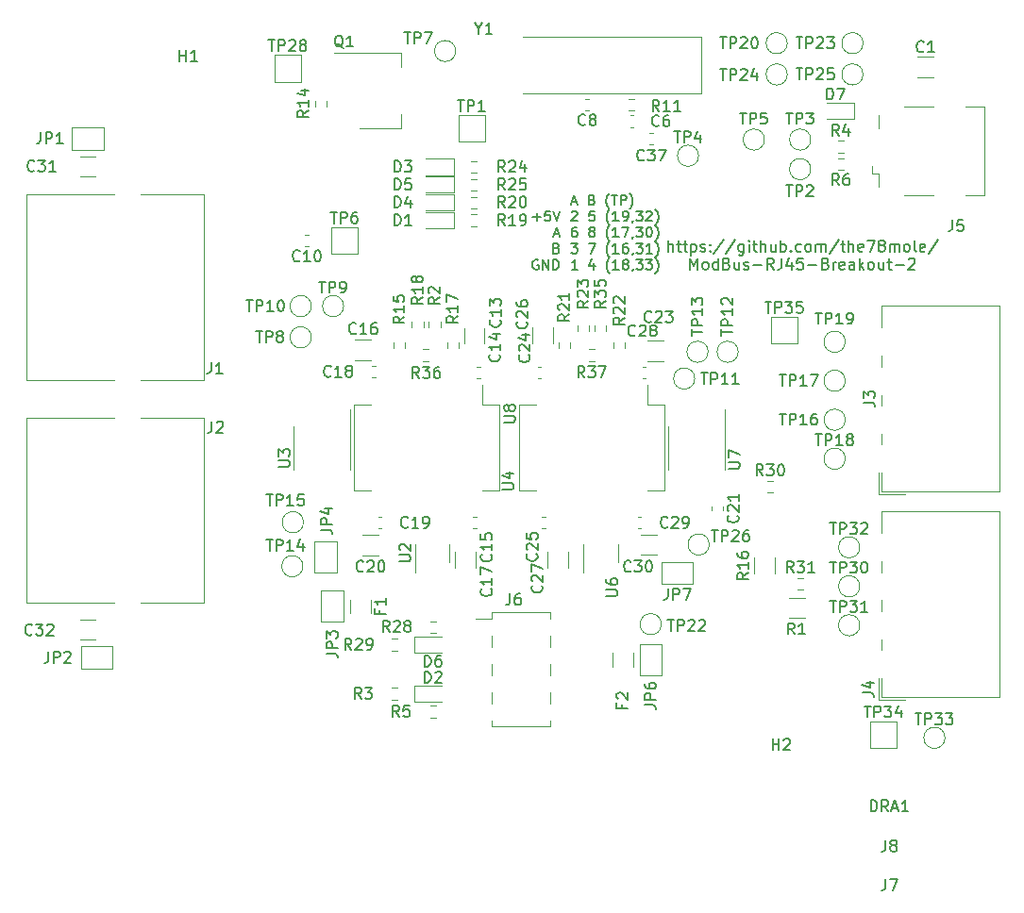
<source format=gbr>
%TF.GenerationSoftware,KiCad,Pcbnew,(6.0.4)*%
%TF.CreationDate,2023-06-02T13:45:04+02:00*%
%TF.ProjectId,Modbus-RJ45-Breakout,4d6f6462-7573-42d5-924a-34352d427265,0.0.2*%
%TF.SameCoordinates,Original*%
%TF.FileFunction,Legend,Top*%
%TF.FilePolarity,Positive*%
%FSLAX46Y46*%
G04 Gerber Fmt 4.6, Leading zero omitted, Abs format (unit mm)*
G04 Created by KiCad (PCBNEW (6.0.4)) date 2023-06-02 13:45:04*
%MOMM*%
%LPD*%
G01*
G04 APERTURE LIST*
%ADD10C,0.150000*%
%ADD11C,0.160000*%
%ADD12C,0.120000*%
G04 APERTURE END LIST*
D10*
X109876190Y-70797380D02*
X109876190Y-69797380D01*
X110304761Y-70797380D02*
X110304761Y-70273571D01*
X110257142Y-70178333D01*
X110161904Y-70130714D01*
X110019047Y-70130714D01*
X109923809Y-70178333D01*
X109876190Y-70225952D01*
X110638095Y-70130714D02*
X111019047Y-70130714D01*
X110780952Y-69797380D02*
X110780952Y-70654523D01*
X110828571Y-70749761D01*
X110923809Y-70797380D01*
X111019047Y-70797380D01*
X111209523Y-70130714D02*
X111590476Y-70130714D01*
X111352380Y-69797380D02*
X111352380Y-70654523D01*
X111400000Y-70749761D01*
X111495238Y-70797380D01*
X111590476Y-70797380D01*
X111923809Y-70130714D02*
X111923809Y-71130714D01*
X111923809Y-70178333D02*
X112019047Y-70130714D01*
X112209523Y-70130714D01*
X112304761Y-70178333D01*
X112352380Y-70225952D01*
X112400000Y-70321190D01*
X112400000Y-70606904D01*
X112352380Y-70702142D01*
X112304761Y-70749761D01*
X112209523Y-70797380D01*
X112019047Y-70797380D01*
X111923809Y-70749761D01*
X112780952Y-70749761D02*
X112876190Y-70797380D01*
X113066666Y-70797380D01*
X113161904Y-70749761D01*
X113209523Y-70654523D01*
X113209523Y-70606904D01*
X113161904Y-70511666D01*
X113066666Y-70464047D01*
X112923809Y-70464047D01*
X112828571Y-70416428D01*
X112780952Y-70321190D01*
X112780952Y-70273571D01*
X112828571Y-70178333D01*
X112923809Y-70130714D01*
X113066666Y-70130714D01*
X113161904Y-70178333D01*
X113638095Y-70702142D02*
X113685714Y-70749761D01*
X113638095Y-70797380D01*
X113590476Y-70749761D01*
X113638095Y-70702142D01*
X113638095Y-70797380D01*
X113638095Y-70178333D02*
X113685714Y-70225952D01*
X113638095Y-70273571D01*
X113590476Y-70225952D01*
X113638095Y-70178333D01*
X113638095Y-70273571D01*
X114828571Y-69749761D02*
X113971428Y-71035476D01*
X115876190Y-69749761D02*
X115019047Y-71035476D01*
X116638095Y-70130714D02*
X116638095Y-70940238D01*
X116590476Y-71035476D01*
X116542857Y-71083095D01*
X116447619Y-71130714D01*
X116304761Y-71130714D01*
X116209523Y-71083095D01*
X116638095Y-70749761D02*
X116542857Y-70797380D01*
X116352380Y-70797380D01*
X116257142Y-70749761D01*
X116209523Y-70702142D01*
X116161904Y-70606904D01*
X116161904Y-70321190D01*
X116209523Y-70225952D01*
X116257142Y-70178333D01*
X116352380Y-70130714D01*
X116542857Y-70130714D01*
X116638095Y-70178333D01*
X117114285Y-70797380D02*
X117114285Y-70130714D01*
X117114285Y-69797380D02*
X117066666Y-69845000D01*
X117114285Y-69892619D01*
X117161904Y-69845000D01*
X117114285Y-69797380D01*
X117114285Y-69892619D01*
X117447619Y-70130714D02*
X117828571Y-70130714D01*
X117590476Y-69797380D02*
X117590476Y-70654523D01*
X117638095Y-70749761D01*
X117733333Y-70797380D01*
X117828571Y-70797380D01*
X118161904Y-70797380D02*
X118161904Y-69797380D01*
X118590476Y-70797380D02*
X118590476Y-70273571D01*
X118542857Y-70178333D01*
X118447619Y-70130714D01*
X118304761Y-70130714D01*
X118209523Y-70178333D01*
X118161904Y-70225952D01*
X119495238Y-70130714D02*
X119495238Y-70797380D01*
X119066666Y-70130714D02*
X119066666Y-70654523D01*
X119114285Y-70749761D01*
X119209523Y-70797380D01*
X119352380Y-70797380D01*
X119447619Y-70749761D01*
X119495238Y-70702142D01*
X119971428Y-70797380D02*
X119971428Y-69797380D01*
X119971428Y-70178333D02*
X120066666Y-70130714D01*
X120257142Y-70130714D01*
X120352380Y-70178333D01*
X120400000Y-70225952D01*
X120447619Y-70321190D01*
X120447619Y-70606904D01*
X120400000Y-70702142D01*
X120352380Y-70749761D01*
X120257142Y-70797380D01*
X120066666Y-70797380D01*
X119971428Y-70749761D01*
X120876190Y-70702142D02*
X120923809Y-70749761D01*
X120876190Y-70797380D01*
X120828571Y-70749761D01*
X120876190Y-70702142D01*
X120876190Y-70797380D01*
X121780952Y-70749761D02*
X121685714Y-70797380D01*
X121495238Y-70797380D01*
X121400000Y-70749761D01*
X121352380Y-70702142D01*
X121304761Y-70606904D01*
X121304761Y-70321190D01*
X121352380Y-70225952D01*
X121400000Y-70178333D01*
X121495238Y-70130714D01*
X121685714Y-70130714D01*
X121780952Y-70178333D01*
X122352380Y-70797380D02*
X122257142Y-70749761D01*
X122209523Y-70702142D01*
X122161904Y-70606904D01*
X122161904Y-70321190D01*
X122209523Y-70225952D01*
X122257142Y-70178333D01*
X122352380Y-70130714D01*
X122495238Y-70130714D01*
X122590476Y-70178333D01*
X122638095Y-70225952D01*
X122685714Y-70321190D01*
X122685714Y-70606904D01*
X122638095Y-70702142D01*
X122590476Y-70749761D01*
X122495238Y-70797380D01*
X122352380Y-70797380D01*
X123114285Y-70797380D02*
X123114285Y-70130714D01*
X123114285Y-70225952D02*
X123161904Y-70178333D01*
X123257142Y-70130714D01*
X123400000Y-70130714D01*
X123495238Y-70178333D01*
X123542857Y-70273571D01*
X123542857Y-70797380D01*
X123542857Y-70273571D02*
X123590476Y-70178333D01*
X123685714Y-70130714D01*
X123828571Y-70130714D01*
X123923809Y-70178333D01*
X123971428Y-70273571D01*
X123971428Y-70797380D01*
X125161904Y-69749761D02*
X124304761Y-71035476D01*
X125352380Y-70130714D02*
X125733333Y-70130714D01*
X125495238Y-69797380D02*
X125495238Y-70654523D01*
X125542857Y-70749761D01*
X125638095Y-70797380D01*
X125733333Y-70797380D01*
X126066666Y-70797380D02*
X126066666Y-69797380D01*
X126495238Y-70797380D02*
X126495238Y-70273571D01*
X126447619Y-70178333D01*
X126352380Y-70130714D01*
X126209523Y-70130714D01*
X126114285Y-70178333D01*
X126066666Y-70225952D01*
X127352380Y-70749761D02*
X127257142Y-70797380D01*
X127066666Y-70797380D01*
X126971428Y-70749761D01*
X126923809Y-70654523D01*
X126923809Y-70273571D01*
X126971428Y-70178333D01*
X127066666Y-70130714D01*
X127257142Y-70130714D01*
X127352380Y-70178333D01*
X127400000Y-70273571D01*
X127400000Y-70368809D01*
X126923809Y-70464047D01*
X127733333Y-69797380D02*
X128400000Y-69797380D01*
X127971428Y-70797380D01*
X128923809Y-70225952D02*
X128828571Y-70178333D01*
X128780952Y-70130714D01*
X128733333Y-70035476D01*
X128733333Y-69987857D01*
X128780952Y-69892619D01*
X128828571Y-69845000D01*
X128923809Y-69797380D01*
X129114285Y-69797380D01*
X129209523Y-69845000D01*
X129257142Y-69892619D01*
X129304761Y-69987857D01*
X129304761Y-70035476D01*
X129257142Y-70130714D01*
X129209523Y-70178333D01*
X129114285Y-70225952D01*
X128923809Y-70225952D01*
X128828571Y-70273571D01*
X128780952Y-70321190D01*
X128733333Y-70416428D01*
X128733333Y-70606904D01*
X128780952Y-70702142D01*
X128828571Y-70749761D01*
X128923809Y-70797380D01*
X129114285Y-70797380D01*
X129209523Y-70749761D01*
X129257142Y-70702142D01*
X129304761Y-70606904D01*
X129304761Y-70416428D01*
X129257142Y-70321190D01*
X129209523Y-70273571D01*
X129114285Y-70225952D01*
X129733333Y-70797380D02*
X129733333Y-70130714D01*
X129733333Y-70225952D02*
X129780952Y-70178333D01*
X129876190Y-70130714D01*
X130019047Y-70130714D01*
X130114285Y-70178333D01*
X130161904Y-70273571D01*
X130161904Y-70797380D01*
X130161904Y-70273571D02*
X130209523Y-70178333D01*
X130304761Y-70130714D01*
X130447619Y-70130714D01*
X130542857Y-70178333D01*
X130590476Y-70273571D01*
X130590476Y-70797380D01*
X131209523Y-70797380D02*
X131114285Y-70749761D01*
X131066666Y-70702142D01*
X131019047Y-70606904D01*
X131019047Y-70321190D01*
X131066666Y-70225952D01*
X131114285Y-70178333D01*
X131209523Y-70130714D01*
X131352380Y-70130714D01*
X131447619Y-70178333D01*
X131495238Y-70225952D01*
X131542857Y-70321190D01*
X131542857Y-70606904D01*
X131495238Y-70702142D01*
X131447619Y-70749761D01*
X131352380Y-70797380D01*
X131209523Y-70797380D01*
X132114285Y-70797380D02*
X132019047Y-70749761D01*
X131971428Y-70654523D01*
X131971428Y-69797380D01*
X132876190Y-70749761D02*
X132780952Y-70797380D01*
X132590476Y-70797380D01*
X132495238Y-70749761D01*
X132447619Y-70654523D01*
X132447619Y-70273571D01*
X132495238Y-70178333D01*
X132590476Y-70130714D01*
X132780952Y-70130714D01*
X132876190Y-70178333D01*
X132923809Y-70273571D01*
X132923809Y-70368809D01*
X132447619Y-70464047D01*
X134066666Y-69749761D02*
X133209523Y-71035476D01*
X111852380Y-72407380D02*
X111852380Y-71407380D01*
X112185714Y-72121666D01*
X112519047Y-71407380D01*
X112519047Y-72407380D01*
X113138095Y-72407380D02*
X113042857Y-72359761D01*
X112995238Y-72312142D01*
X112947619Y-72216904D01*
X112947619Y-71931190D01*
X112995238Y-71835952D01*
X113042857Y-71788333D01*
X113138095Y-71740714D01*
X113280952Y-71740714D01*
X113376190Y-71788333D01*
X113423809Y-71835952D01*
X113471428Y-71931190D01*
X113471428Y-72216904D01*
X113423809Y-72312142D01*
X113376190Y-72359761D01*
X113280952Y-72407380D01*
X113138095Y-72407380D01*
X114328571Y-72407380D02*
X114328571Y-71407380D01*
X114328571Y-72359761D02*
X114233333Y-72407380D01*
X114042857Y-72407380D01*
X113947619Y-72359761D01*
X113900000Y-72312142D01*
X113852380Y-72216904D01*
X113852380Y-71931190D01*
X113900000Y-71835952D01*
X113947619Y-71788333D01*
X114042857Y-71740714D01*
X114233333Y-71740714D01*
X114328571Y-71788333D01*
X115138095Y-71883571D02*
X115280952Y-71931190D01*
X115328571Y-71978809D01*
X115376190Y-72074047D01*
X115376190Y-72216904D01*
X115328571Y-72312142D01*
X115280952Y-72359761D01*
X115185714Y-72407380D01*
X114804761Y-72407380D01*
X114804761Y-71407380D01*
X115138095Y-71407380D01*
X115233333Y-71455000D01*
X115280952Y-71502619D01*
X115328571Y-71597857D01*
X115328571Y-71693095D01*
X115280952Y-71788333D01*
X115233333Y-71835952D01*
X115138095Y-71883571D01*
X114804761Y-71883571D01*
X116233333Y-71740714D02*
X116233333Y-72407380D01*
X115804761Y-71740714D02*
X115804761Y-72264523D01*
X115852380Y-72359761D01*
X115947619Y-72407380D01*
X116090476Y-72407380D01*
X116185714Y-72359761D01*
X116233333Y-72312142D01*
X116661904Y-72359761D02*
X116757142Y-72407380D01*
X116947619Y-72407380D01*
X117042857Y-72359761D01*
X117090476Y-72264523D01*
X117090476Y-72216904D01*
X117042857Y-72121666D01*
X116947619Y-72074047D01*
X116804761Y-72074047D01*
X116709523Y-72026428D01*
X116661904Y-71931190D01*
X116661904Y-71883571D01*
X116709523Y-71788333D01*
X116804761Y-71740714D01*
X116947619Y-71740714D01*
X117042857Y-71788333D01*
X117519047Y-72026428D02*
X118280952Y-72026428D01*
X119328571Y-72407380D02*
X118995238Y-71931190D01*
X118757142Y-72407380D02*
X118757142Y-71407380D01*
X119138095Y-71407380D01*
X119233333Y-71455000D01*
X119280952Y-71502619D01*
X119328571Y-71597857D01*
X119328571Y-71740714D01*
X119280952Y-71835952D01*
X119233333Y-71883571D01*
X119138095Y-71931190D01*
X118757142Y-71931190D01*
X120042857Y-71407380D02*
X120042857Y-72121666D01*
X119995238Y-72264523D01*
X119900000Y-72359761D01*
X119757142Y-72407380D01*
X119661904Y-72407380D01*
X120947619Y-71740714D02*
X120947619Y-72407380D01*
X120709523Y-71359761D02*
X120471428Y-72074047D01*
X121090476Y-72074047D01*
X121947619Y-71407380D02*
X121471428Y-71407380D01*
X121423809Y-71883571D01*
X121471428Y-71835952D01*
X121566666Y-71788333D01*
X121804761Y-71788333D01*
X121900000Y-71835952D01*
X121947619Y-71883571D01*
X121995238Y-71978809D01*
X121995238Y-72216904D01*
X121947619Y-72312142D01*
X121900000Y-72359761D01*
X121804761Y-72407380D01*
X121566666Y-72407380D01*
X121471428Y-72359761D01*
X121423809Y-72312142D01*
X122423809Y-72026428D02*
X123185714Y-72026428D01*
X123995238Y-71883571D02*
X124138095Y-71931190D01*
X124185714Y-71978809D01*
X124233333Y-72074047D01*
X124233333Y-72216904D01*
X124185714Y-72312142D01*
X124138095Y-72359761D01*
X124042857Y-72407380D01*
X123661904Y-72407380D01*
X123661904Y-71407380D01*
X123995238Y-71407380D01*
X124090476Y-71455000D01*
X124138095Y-71502619D01*
X124185714Y-71597857D01*
X124185714Y-71693095D01*
X124138095Y-71788333D01*
X124090476Y-71835952D01*
X123995238Y-71883571D01*
X123661904Y-71883571D01*
X124661904Y-72407380D02*
X124661904Y-71740714D01*
X124661904Y-71931190D02*
X124709523Y-71835952D01*
X124757142Y-71788333D01*
X124852380Y-71740714D01*
X124947619Y-71740714D01*
X125661904Y-72359761D02*
X125566666Y-72407380D01*
X125376190Y-72407380D01*
X125280952Y-72359761D01*
X125233333Y-72264523D01*
X125233333Y-71883571D01*
X125280952Y-71788333D01*
X125376190Y-71740714D01*
X125566666Y-71740714D01*
X125661904Y-71788333D01*
X125709523Y-71883571D01*
X125709523Y-71978809D01*
X125233333Y-72074047D01*
X126566666Y-72407380D02*
X126566666Y-71883571D01*
X126519047Y-71788333D01*
X126423809Y-71740714D01*
X126233333Y-71740714D01*
X126138095Y-71788333D01*
X126566666Y-72359761D02*
X126471428Y-72407380D01*
X126233333Y-72407380D01*
X126138095Y-72359761D01*
X126090476Y-72264523D01*
X126090476Y-72169285D01*
X126138095Y-72074047D01*
X126233333Y-72026428D01*
X126471428Y-72026428D01*
X126566666Y-71978809D01*
X127042857Y-72407380D02*
X127042857Y-71407380D01*
X127138095Y-72026428D02*
X127423809Y-72407380D01*
X127423809Y-71740714D02*
X127042857Y-72121666D01*
X127995238Y-72407380D02*
X127900000Y-72359761D01*
X127852380Y-72312142D01*
X127804761Y-72216904D01*
X127804761Y-71931190D01*
X127852380Y-71835952D01*
X127900000Y-71788333D01*
X127995238Y-71740714D01*
X128138095Y-71740714D01*
X128233333Y-71788333D01*
X128280952Y-71835952D01*
X128328571Y-71931190D01*
X128328571Y-72216904D01*
X128280952Y-72312142D01*
X128233333Y-72359761D01*
X128138095Y-72407380D01*
X127995238Y-72407380D01*
X129185714Y-71740714D02*
X129185714Y-72407380D01*
X128757142Y-71740714D02*
X128757142Y-72264523D01*
X128804761Y-72359761D01*
X128900000Y-72407380D01*
X129042857Y-72407380D01*
X129138095Y-72359761D01*
X129185714Y-72312142D01*
X129519047Y-71740714D02*
X129900000Y-71740714D01*
X129661904Y-71407380D02*
X129661904Y-72264523D01*
X129709523Y-72359761D01*
X129804761Y-72407380D01*
X129900000Y-72407380D01*
X130233333Y-72026428D02*
X130995238Y-72026428D01*
X131423809Y-71502619D02*
X131471428Y-71455000D01*
X131566666Y-71407380D01*
X131804761Y-71407380D01*
X131900000Y-71455000D01*
X131947619Y-71502619D01*
X131995238Y-71597857D01*
X131995238Y-71693095D01*
X131947619Y-71835952D01*
X131376190Y-72407380D01*
X131995238Y-72407380D01*
D11*
X101225428Y-66352000D02*
X101654000Y-66352000D01*
X101139714Y-66609142D02*
X101439714Y-65709142D01*
X101739714Y-66609142D01*
X103025428Y-66137714D02*
X103154000Y-66180571D01*
X103196857Y-66223428D01*
X103239714Y-66309142D01*
X103239714Y-66437714D01*
X103196857Y-66523428D01*
X103154000Y-66566285D01*
X103068285Y-66609142D01*
X102725428Y-66609142D01*
X102725428Y-65709142D01*
X103025428Y-65709142D01*
X103111142Y-65752000D01*
X103154000Y-65794857D01*
X103196857Y-65880571D01*
X103196857Y-65966285D01*
X103154000Y-66052000D01*
X103111142Y-66094857D01*
X103025428Y-66137714D01*
X102725428Y-66137714D01*
X104568285Y-66952000D02*
X104525428Y-66909142D01*
X104439714Y-66780571D01*
X104396857Y-66694857D01*
X104354000Y-66566285D01*
X104311142Y-66352000D01*
X104311142Y-66180571D01*
X104354000Y-65966285D01*
X104396857Y-65837714D01*
X104439714Y-65752000D01*
X104525428Y-65623428D01*
X104568285Y-65580571D01*
X104782571Y-65709142D02*
X105296857Y-65709142D01*
X105039714Y-66609142D02*
X105039714Y-65709142D01*
X105596857Y-66609142D02*
X105596857Y-65709142D01*
X105939714Y-65709142D01*
X106025428Y-65752000D01*
X106068285Y-65794857D01*
X106111142Y-65880571D01*
X106111142Y-66009142D01*
X106068285Y-66094857D01*
X106025428Y-66137714D01*
X105939714Y-66180571D01*
X105596857Y-66180571D01*
X106411142Y-66952000D02*
X106454000Y-66909142D01*
X106539714Y-66780571D01*
X106582571Y-66694857D01*
X106625428Y-66566285D01*
X106668285Y-66352000D01*
X106668285Y-66180571D01*
X106625428Y-65966285D01*
X106582571Y-65837714D01*
X106539714Y-65752000D01*
X106454000Y-65623428D01*
X106411142Y-65580571D01*
X101225428Y-67243857D02*
X101268285Y-67201000D01*
X101354000Y-67158142D01*
X101568285Y-67158142D01*
X101654000Y-67201000D01*
X101696857Y-67243857D01*
X101739714Y-67329571D01*
X101739714Y-67415285D01*
X101696857Y-67543857D01*
X101182571Y-68058142D01*
X101739714Y-68058142D01*
X103239714Y-67158142D02*
X102811142Y-67158142D01*
X102768285Y-67586714D01*
X102811142Y-67543857D01*
X102896857Y-67501000D01*
X103111142Y-67501000D01*
X103196857Y-67543857D01*
X103239714Y-67586714D01*
X103282571Y-67672428D01*
X103282571Y-67886714D01*
X103239714Y-67972428D01*
X103196857Y-68015285D01*
X103111142Y-68058142D01*
X102896857Y-68058142D01*
X102811142Y-68015285D01*
X102768285Y-67972428D01*
X104611142Y-68401000D02*
X104568285Y-68358142D01*
X104482571Y-68229571D01*
X104439714Y-68143857D01*
X104396857Y-68015285D01*
X104354000Y-67801000D01*
X104354000Y-67629571D01*
X104396857Y-67415285D01*
X104439714Y-67286714D01*
X104482571Y-67201000D01*
X104568285Y-67072428D01*
X104611142Y-67029571D01*
X105425428Y-68058142D02*
X104911142Y-68058142D01*
X105168285Y-68058142D02*
X105168285Y-67158142D01*
X105082571Y-67286714D01*
X104996857Y-67372428D01*
X104911142Y-67415285D01*
X105854000Y-68058142D02*
X106025428Y-68058142D01*
X106111142Y-68015285D01*
X106154000Y-67972428D01*
X106239714Y-67843857D01*
X106282571Y-67672428D01*
X106282571Y-67329571D01*
X106239714Y-67243857D01*
X106196857Y-67201000D01*
X106111142Y-67158142D01*
X105939714Y-67158142D01*
X105854000Y-67201000D01*
X105811142Y-67243857D01*
X105768285Y-67329571D01*
X105768285Y-67543857D01*
X105811142Y-67629571D01*
X105854000Y-67672428D01*
X105939714Y-67715285D01*
X106111142Y-67715285D01*
X106196857Y-67672428D01*
X106239714Y-67629571D01*
X106282571Y-67543857D01*
X106711142Y-68015285D02*
X106711142Y-68058142D01*
X106668285Y-68143857D01*
X106625428Y-68186714D01*
X107011142Y-67158142D02*
X107568285Y-67158142D01*
X107268285Y-67501000D01*
X107396857Y-67501000D01*
X107482571Y-67543857D01*
X107525428Y-67586714D01*
X107568285Y-67672428D01*
X107568285Y-67886714D01*
X107525428Y-67972428D01*
X107482571Y-68015285D01*
X107396857Y-68058142D01*
X107139714Y-68058142D01*
X107054000Y-68015285D01*
X107011142Y-67972428D01*
X107911142Y-67243857D02*
X107954000Y-67201000D01*
X108039714Y-67158142D01*
X108254000Y-67158142D01*
X108339714Y-67201000D01*
X108382571Y-67243857D01*
X108425428Y-67329571D01*
X108425428Y-67415285D01*
X108382571Y-67543857D01*
X107868285Y-68058142D01*
X108425428Y-68058142D01*
X108725428Y-68401000D02*
X108768285Y-68358142D01*
X108854000Y-68229571D01*
X108896857Y-68143857D01*
X108939714Y-68015285D01*
X108982571Y-67801000D01*
X108982571Y-67629571D01*
X108939714Y-67415285D01*
X108896857Y-67286714D01*
X108854000Y-67201000D01*
X108768285Y-67072428D01*
X108725428Y-67029571D01*
X101654000Y-68607142D02*
X101482571Y-68607142D01*
X101396857Y-68650000D01*
X101354000Y-68692857D01*
X101268285Y-68821428D01*
X101225428Y-68992857D01*
X101225428Y-69335714D01*
X101268285Y-69421428D01*
X101311142Y-69464285D01*
X101396857Y-69507142D01*
X101568285Y-69507142D01*
X101654000Y-69464285D01*
X101696857Y-69421428D01*
X101739714Y-69335714D01*
X101739714Y-69121428D01*
X101696857Y-69035714D01*
X101654000Y-68992857D01*
X101568285Y-68950000D01*
X101396857Y-68950000D01*
X101311142Y-68992857D01*
X101268285Y-69035714D01*
X101225428Y-69121428D01*
X102939714Y-68992857D02*
X102854000Y-68950000D01*
X102811142Y-68907142D01*
X102768285Y-68821428D01*
X102768285Y-68778571D01*
X102811142Y-68692857D01*
X102854000Y-68650000D01*
X102939714Y-68607142D01*
X103111142Y-68607142D01*
X103196857Y-68650000D01*
X103239714Y-68692857D01*
X103282571Y-68778571D01*
X103282571Y-68821428D01*
X103239714Y-68907142D01*
X103196857Y-68950000D01*
X103111142Y-68992857D01*
X102939714Y-68992857D01*
X102854000Y-69035714D01*
X102811142Y-69078571D01*
X102768285Y-69164285D01*
X102768285Y-69335714D01*
X102811142Y-69421428D01*
X102854000Y-69464285D01*
X102939714Y-69507142D01*
X103111142Y-69507142D01*
X103196857Y-69464285D01*
X103239714Y-69421428D01*
X103282571Y-69335714D01*
X103282571Y-69164285D01*
X103239714Y-69078571D01*
X103196857Y-69035714D01*
X103111142Y-68992857D01*
X104611142Y-69850000D02*
X104568285Y-69807142D01*
X104482571Y-69678571D01*
X104439714Y-69592857D01*
X104396857Y-69464285D01*
X104354000Y-69250000D01*
X104354000Y-69078571D01*
X104396857Y-68864285D01*
X104439714Y-68735714D01*
X104482571Y-68650000D01*
X104568285Y-68521428D01*
X104611142Y-68478571D01*
X105425428Y-69507142D02*
X104911142Y-69507142D01*
X105168285Y-69507142D02*
X105168285Y-68607142D01*
X105082571Y-68735714D01*
X104996857Y-68821428D01*
X104911142Y-68864285D01*
X105725428Y-68607142D02*
X106325428Y-68607142D01*
X105939714Y-69507142D01*
X106711142Y-69464285D02*
X106711142Y-69507142D01*
X106668285Y-69592857D01*
X106625428Y-69635714D01*
X107011142Y-68607142D02*
X107568285Y-68607142D01*
X107268285Y-68950000D01*
X107396857Y-68950000D01*
X107482571Y-68992857D01*
X107525428Y-69035714D01*
X107568285Y-69121428D01*
X107568285Y-69335714D01*
X107525428Y-69421428D01*
X107482571Y-69464285D01*
X107396857Y-69507142D01*
X107139714Y-69507142D01*
X107054000Y-69464285D01*
X107011142Y-69421428D01*
X108125428Y-68607142D02*
X108211142Y-68607142D01*
X108296857Y-68650000D01*
X108339714Y-68692857D01*
X108382571Y-68778571D01*
X108425428Y-68950000D01*
X108425428Y-69164285D01*
X108382571Y-69335714D01*
X108339714Y-69421428D01*
X108296857Y-69464285D01*
X108211142Y-69507142D01*
X108125428Y-69507142D01*
X108039714Y-69464285D01*
X107996857Y-69421428D01*
X107954000Y-69335714D01*
X107911142Y-69164285D01*
X107911142Y-68950000D01*
X107954000Y-68778571D01*
X107996857Y-68692857D01*
X108039714Y-68650000D01*
X108125428Y-68607142D01*
X108725428Y-69850000D02*
X108768285Y-69807142D01*
X108854000Y-69678571D01*
X108896857Y-69592857D01*
X108939714Y-69464285D01*
X108982571Y-69250000D01*
X108982571Y-69078571D01*
X108939714Y-68864285D01*
X108896857Y-68735714D01*
X108854000Y-68650000D01*
X108768285Y-68521428D01*
X108725428Y-68478571D01*
X101182571Y-70056142D02*
X101739714Y-70056142D01*
X101439714Y-70399000D01*
X101568285Y-70399000D01*
X101654000Y-70441857D01*
X101696857Y-70484714D01*
X101739714Y-70570428D01*
X101739714Y-70784714D01*
X101696857Y-70870428D01*
X101654000Y-70913285D01*
X101568285Y-70956142D01*
X101311142Y-70956142D01*
X101225428Y-70913285D01*
X101182571Y-70870428D01*
X102725428Y-70056142D02*
X103325428Y-70056142D01*
X102939714Y-70956142D01*
X104611142Y-71299000D02*
X104568285Y-71256142D01*
X104482571Y-71127571D01*
X104439714Y-71041857D01*
X104396857Y-70913285D01*
X104354000Y-70699000D01*
X104354000Y-70527571D01*
X104396857Y-70313285D01*
X104439714Y-70184714D01*
X104482571Y-70099000D01*
X104568285Y-69970428D01*
X104611142Y-69927571D01*
X105425428Y-70956142D02*
X104911142Y-70956142D01*
X105168285Y-70956142D02*
X105168285Y-70056142D01*
X105082571Y-70184714D01*
X104996857Y-70270428D01*
X104911142Y-70313285D01*
X106196857Y-70056142D02*
X106025428Y-70056142D01*
X105939714Y-70099000D01*
X105896857Y-70141857D01*
X105811142Y-70270428D01*
X105768285Y-70441857D01*
X105768285Y-70784714D01*
X105811142Y-70870428D01*
X105854000Y-70913285D01*
X105939714Y-70956142D01*
X106111142Y-70956142D01*
X106196857Y-70913285D01*
X106239714Y-70870428D01*
X106282571Y-70784714D01*
X106282571Y-70570428D01*
X106239714Y-70484714D01*
X106196857Y-70441857D01*
X106111142Y-70399000D01*
X105939714Y-70399000D01*
X105854000Y-70441857D01*
X105811142Y-70484714D01*
X105768285Y-70570428D01*
X106711142Y-70913285D02*
X106711142Y-70956142D01*
X106668285Y-71041857D01*
X106625428Y-71084714D01*
X107011142Y-70056142D02*
X107568285Y-70056142D01*
X107268285Y-70399000D01*
X107396857Y-70399000D01*
X107482571Y-70441857D01*
X107525428Y-70484714D01*
X107568285Y-70570428D01*
X107568285Y-70784714D01*
X107525428Y-70870428D01*
X107482571Y-70913285D01*
X107396857Y-70956142D01*
X107139714Y-70956142D01*
X107054000Y-70913285D01*
X107011142Y-70870428D01*
X108425428Y-70956142D02*
X107911142Y-70956142D01*
X108168285Y-70956142D02*
X108168285Y-70056142D01*
X108082571Y-70184714D01*
X107996857Y-70270428D01*
X107911142Y-70313285D01*
X108725428Y-71299000D02*
X108768285Y-71256142D01*
X108854000Y-71127571D01*
X108896857Y-71041857D01*
X108939714Y-70913285D01*
X108982571Y-70699000D01*
X108982571Y-70527571D01*
X108939714Y-70313285D01*
X108896857Y-70184714D01*
X108854000Y-70099000D01*
X108768285Y-69970428D01*
X108725428Y-69927571D01*
X101739714Y-72405142D02*
X101225428Y-72405142D01*
X101482571Y-72405142D02*
X101482571Y-71505142D01*
X101396857Y-71633714D01*
X101311142Y-71719428D01*
X101225428Y-71762285D01*
X103196857Y-71805142D02*
X103196857Y-72405142D01*
X102982571Y-71462285D02*
X102768285Y-72105142D01*
X103325428Y-72105142D01*
X104611142Y-72748000D02*
X104568285Y-72705142D01*
X104482571Y-72576571D01*
X104439714Y-72490857D01*
X104396857Y-72362285D01*
X104354000Y-72148000D01*
X104354000Y-71976571D01*
X104396857Y-71762285D01*
X104439714Y-71633714D01*
X104482571Y-71548000D01*
X104568285Y-71419428D01*
X104611142Y-71376571D01*
X105425428Y-72405142D02*
X104911142Y-72405142D01*
X105168285Y-72405142D02*
X105168285Y-71505142D01*
X105082571Y-71633714D01*
X104996857Y-71719428D01*
X104911142Y-71762285D01*
X105939714Y-71890857D02*
X105854000Y-71848000D01*
X105811142Y-71805142D01*
X105768285Y-71719428D01*
X105768285Y-71676571D01*
X105811142Y-71590857D01*
X105854000Y-71548000D01*
X105939714Y-71505142D01*
X106111142Y-71505142D01*
X106196857Y-71548000D01*
X106239714Y-71590857D01*
X106282571Y-71676571D01*
X106282571Y-71719428D01*
X106239714Y-71805142D01*
X106196857Y-71848000D01*
X106111142Y-71890857D01*
X105939714Y-71890857D01*
X105854000Y-71933714D01*
X105811142Y-71976571D01*
X105768285Y-72062285D01*
X105768285Y-72233714D01*
X105811142Y-72319428D01*
X105854000Y-72362285D01*
X105939714Y-72405142D01*
X106111142Y-72405142D01*
X106196857Y-72362285D01*
X106239714Y-72319428D01*
X106282571Y-72233714D01*
X106282571Y-72062285D01*
X106239714Y-71976571D01*
X106196857Y-71933714D01*
X106111142Y-71890857D01*
X106711142Y-72362285D02*
X106711142Y-72405142D01*
X106668285Y-72490857D01*
X106625428Y-72533714D01*
X107011142Y-71505142D02*
X107568285Y-71505142D01*
X107268285Y-71848000D01*
X107396857Y-71848000D01*
X107482571Y-71890857D01*
X107525428Y-71933714D01*
X107568285Y-72019428D01*
X107568285Y-72233714D01*
X107525428Y-72319428D01*
X107482571Y-72362285D01*
X107396857Y-72405142D01*
X107139714Y-72405142D01*
X107054000Y-72362285D01*
X107011142Y-72319428D01*
X107868285Y-71505142D02*
X108425428Y-71505142D01*
X108125428Y-71848000D01*
X108254000Y-71848000D01*
X108339714Y-71890857D01*
X108382571Y-71933714D01*
X108425428Y-72019428D01*
X108425428Y-72233714D01*
X108382571Y-72319428D01*
X108339714Y-72362285D01*
X108254000Y-72405142D01*
X107996857Y-72405142D01*
X107911142Y-72362285D01*
X107868285Y-72319428D01*
X108725428Y-72748000D02*
X108768285Y-72705142D01*
X108854000Y-72576571D01*
X108896857Y-72490857D01*
X108939714Y-72362285D01*
X108982571Y-72148000D01*
X108982571Y-71976571D01*
X108939714Y-71762285D01*
X108896857Y-71633714D01*
X108854000Y-71548000D01*
X108768285Y-71419428D01*
X108725428Y-71376571D01*
X97717428Y-67715285D02*
X98403142Y-67715285D01*
X98060285Y-68058142D02*
X98060285Y-67372428D01*
X99260285Y-67158142D02*
X98831714Y-67158142D01*
X98788857Y-67586714D01*
X98831714Y-67543857D01*
X98917428Y-67501000D01*
X99131714Y-67501000D01*
X99217428Y-67543857D01*
X99260285Y-67586714D01*
X99303142Y-67672428D01*
X99303142Y-67886714D01*
X99260285Y-67972428D01*
X99217428Y-68015285D01*
X99131714Y-68058142D01*
X98917428Y-68058142D01*
X98831714Y-68015285D01*
X98788857Y-67972428D01*
X99560285Y-67158142D02*
X99860285Y-68058142D01*
X100160285Y-67158142D01*
X99646000Y-69250000D02*
X100074571Y-69250000D01*
X99560285Y-69507142D02*
X99860285Y-68607142D01*
X100160285Y-69507142D01*
X99860285Y-70484714D02*
X99988857Y-70527571D01*
X100031714Y-70570428D01*
X100074571Y-70656142D01*
X100074571Y-70784714D01*
X100031714Y-70870428D01*
X99988857Y-70913285D01*
X99903142Y-70956142D01*
X99560285Y-70956142D01*
X99560285Y-70056142D01*
X99860285Y-70056142D01*
X99946000Y-70099000D01*
X99988857Y-70141857D01*
X100031714Y-70227571D01*
X100031714Y-70313285D01*
X99988857Y-70399000D01*
X99946000Y-70441857D01*
X99860285Y-70484714D01*
X99560285Y-70484714D01*
X98188857Y-71548000D02*
X98103142Y-71505142D01*
X97974571Y-71505142D01*
X97846000Y-71548000D01*
X97760285Y-71633714D01*
X97717428Y-71719428D01*
X97674571Y-71890857D01*
X97674571Y-72019428D01*
X97717428Y-72190857D01*
X97760285Y-72276571D01*
X97846000Y-72362285D01*
X97974571Y-72405142D01*
X98060285Y-72405142D01*
X98188857Y-72362285D01*
X98231714Y-72319428D01*
X98231714Y-72019428D01*
X98060285Y-72019428D01*
X98617428Y-72405142D02*
X98617428Y-71505142D01*
X99131714Y-72405142D01*
X99131714Y-71505142D01*
X99560285Y-72405142D02*
X99560285Y-71505142D01*
X99774571Y-71505142D01*
X99903142Y-71548000D01*
X99988857Y-71633714D01*
X100031714Y-71719428D01*
X100074571Y-71890857D01*
X100074571Y-72019428D01*
X100031714Y-72190857D01*
X99988857Y-72276571D01*
X99903142Y-72362285D01*
X99774571Y-72405142D01*
X99560285Y-72405142D01*
D10*
%TO.C,J8*%
X129366666Y-123652380D02*
X129366666Y-124366666D01*
X129319047Y-124509523D01*
X129223809Y-124604761D01*
X129080952Y-124652380D01*
X128985714Y-124652380D01*
X129985714Y-124080952D02*
X129890476Y-124033333D01*
X129842857Y-123985714D01*
X129795238Y-123890476D01*
X129795238Y-123842857D01*
X129842857Y-123747619D01*
X129890476Y-123700000D01*
X129985714Y-123652380D01*
X130176190Y-123652380D01*
X130271428Y-123700000D01*
X130319047Y-123747619D01*
X130366666Y-123842857D01*
X130366666Y-123890476D01*
X130319047Y-123985714D01*
X130271428Y-124033333D01*
X130176190Y-124080952D01*
X129985714Y-124080952D01*
X129890476Y-124128571D01*
X129842857Y-124176190D01*
X129795238Y-124271428D01*
X129795238Y-124461904D01*
X129842857Y-124557142D01*
X129890476Y-124604761D01*
X129985714Y-124652380D01*
X130176190Y-124652380D01*
X130271428Y-124604761D01*
X130319047Y-124557142D01*
X130366666Y-124461904D01*
X130366666Y-124271428D01*
X130319047Y-124176190D01*
X130271428Y-124128571D01*
X130176190Y-124080952D01*
%TO.C,J7*%
X129366666Y-127152380D02*
X129366666Y-127866666D01*
X129319047Y-128009523D01*
X129223809Y-128104761D01*
X129080952Y-128152380D01*
X128985714Y-128152380D01*
X129747619Y-127152380D02*
X130414285Y-127152380D01*
X129985714Y-128152380D01*
%TO.C,DRA1*%
X128033333Y-121052380D02*
X128033333Y-120052380D01*
X128271428Y-120052380D01*
X128414285Y-120100000D01*
X128509523Y-120195238D01*
X128557142Y-120290476D01*
X128604761Y-120480952D01*
X128604761Y-120623809D01*
X128557142Y-120814285D01*
X128509523Y-120909523D01*
X128414285Y-121004761D01*
X128271428Y-121052380D01*
X128033333Y-121052380D01*
X129604761Y-121052380D02*
X129271428Y-120576190D01*
X129033333Y-121052380D02*
X129033333Y-120052380D01*
X129414285Y-120052380D01*
X129509523Y-120100000D01*
X129557142Y-120147619D01*
X129604761Y-120242857D01*
X129604761Y-120385714D01*
X129557142Y-120480952D01*
X129509523Y-120528571D01*
X129414285Y-120576190D01*
X129033333Y-120576190D01*
X129985714Y-120766666D02*
X130461904Y-120766666D01*
X129890476Y-121052380D02*
X130223809Y-120052380D01*
X130557142Y-121052380D01*
X131414285Y-121052380D02*
X130842857Y-121052380D01*
X131128571Y-121052380D02*
X131128571Y-120052380D01*
X131033333Y-120195238D01*
X130938095Y-120290476D01*
X130842857Y-120338095D01*
%TO.C,R37*%
X102357142Y-82102380D02*
X102023809Y-81626190D01*
X101785714Y-82102380D02*
X101785714Y-81102380D01*
X102166666Y-81102380D01*
X102261904Y-81150000D01*
X102309523Y-81197619D01*
X102357142Y-81292857D01*
X102357142Y-81435714D01*
X102309523Y-81530952D01*
X102261904Y-81578571D01*
X102166666Y-81626190D01*
X101785714Y-81626190D01*
X102690476Y-81102380D02*
X103309523Y-81102380D01*
X102976190Y-81483333D01*
X103119047Y-81483333D01*
X103214285Y-81530952D01*
X103261904Y-81578571D01*
X103309523Y-81673809D01*
X103309523Y-81911904D01*
X103261904Y-82007142D01*
X103214285Y-82054761D01*
X103119047Y-82102380D01*
X102833333Y-82102380D01*
X102738095Y-82054761D01*
X102690476Y-82007142D01*
X103642857Y-81102380D02*
X104309523Y-81102380D01*
X103880952Y-82102380D01*
%TO.C,R36*%
X87507142Y-82152380D02*
X87173809Y-81676190D01*
X86935714Y-82152380D02*
X86935714Y-81152380D01*
X87316666Y-81152380D01*
X87411904Y-81200000D01*
X87459523Y-81247619D01*
X87507142Y-81342857D01*
X87507142Y-81485714D01*
X87459523Y-81580952D01*
X87411904Y-81628571D01*
X87316666Y-81676190D01*
X86935714Y-81676190D01*
X87840476Y-81152380D02*
X88459523Y-81152380D01*
X88126190Y-81533333D01*
X88269047Y-81533333D01*
X88364285Y-81580952D01*
X88411904Y-81628571D01*
X88459523Y-81723809D01*
X88459523Y-81961904D01*
X88411904Y-82057142D01*
X88364285Y-82104761D01*
X88269047Y-82152380D01*
X87983333Y-82152380D01*
X87888095Y-82104761D01*
X87840476Y-82057142D01*
X89316666Y-81152380D02*
X89126190Y-81152380D01*
X89030952Y-81200000D01*
X88983333Y-81247619D01*
X88888095Y-81390476D01*
X88840476Y-81580952D01*
X88840476Y-81961904D01*
X88888095Y-82057142D01*
X88935714Y-82104761D01*
X89030952Y-82152380D01*
X89221428Y-82152380D01*
X89316666Y-82104761D01*
X89364285Y-82057142D01*
X89411904Y-81961904D01*
X89411904Y-81723809D01*
X89364285Y-81628571D01*
X89316666Y-81580952D01*
X89221428Y-81533333D01*
X89030952Y-81533333D01*
X88935714Y-81580952D01*
X88888095Y-81628571D01*
X88840476Y-81723809D01*
%TO.C,JP1*%
X53566666Y-60102380D02*
X53566666Y-60816666D01*
X53519047Y-60959523D01*
X53423809Y-61054761D01*
X53280952Y-61102380D01*
X53185714Y-61102380D01*
X54042857Y-61102380D02*
X54042857Y-60102380D01*
X54423809Y-60102380D01*
X54519047Y-60150000D01*
X54566666Y-60197619D01*
X54614285Y-60292857D01*
X54614285Y-60435714D01*
X54566666Y-60530952D01*
X54519047Y-60578571D01*
X54423809Y-60626190D01*
X54042857Y-60626190D01*
X55566666Y-61102380D02*
X54995238Y-61102380D01*
X55280952Y-61102380D02*
X55280952Y-60102380D01*
X55185714Y-60245238D01*
X55090476Y-60340476D01*
X54995238Y-60388095D01*
%TO.C,Q1*%
X80704761Y-52497619D02*
X80609523Y-52450000D01*
X80514285Y-52354761D01*
X80371428Y-52211904D01*
X80276190Y-52164285D01*
X80180952Y-52164285D01*
X80228571Y-52402380D02*
X80133333Y-52354761D01*
X80038095Y-52259523D01*
X79990476Y-52069047D01*
X79990476Y-51735714D01*
X80038095Y-51545238D01*
X80133333Y-51450000D01*
X80228571Y-51402380D01*
X80419047Y-51402380D01*
X80514285Y-51450000D01*
X80609523Y-51545238D01*
X80657142Y-51735714D01*
X80657142Y-52069047D01*
X80609523Y-52259523D01*
X80514285Y-52354761D01*
X80419047Y-52402380D01*
X80228571Y-52402380D01*
X81609523Y-52402380D02*
X81038095Y-52402380D01*
X81323809Y-52402380D02*
X81323809Y-51402380D01*
X81228571Y-51545238D01*
X81133333Y-51640476D01*
X81038095Y-51688095D01*
%TO.C,C18*%
X79607142Y-81957142D02*
X79559523Y-82004761D01*
X79416666Y-82052380D01*
X79321428Y-82052380D01*
X79178571Y-82004761D01*
X79083333Y-81909523D01*
X79035714Y-81814285D01*
X78988095Y-81623809D01*
X78988095Y-81480952D01*
X79035714Y-81290476D01*
X79083333Y-81195238D01*
X79178571Y-81100000D01*
X79321428Y-81052380D01*
X79416666Y-81052380D01*
X79559523Y-81100000D01*
X79607142Y-81147619D01*
X80559523Y-82052380D02*
X79988095Y-82052380D01*
X80273809Y-82052380D02*
X80273809Y-81052380D01*
X80178571Y-81195238D01*
X80083333Y-81290476D01*
X79988095Y-81338095D01*
X81130952Y-81480952D02*
X81035714Y-81433333D01*
X80988095Y-81385714D01*
X80940476Y-81290476D01*
X80940476Y-81242857D01*
X80988095Y-81147619D01*
X81035714Y-81100000D01*
X81130952Y-81052380D01*
X81321428Y-81052380D01*
X81416666Y-81100000D01*
X81464285Y-81147619D01*
X81511904Y-81242857D01*
X81511904Y-81290476D01*
X81464285Y-81385714D01*
X81416666Y-81433333D01*
X81321428Y-81480952D01*
X81130952Y-81480952D01*
X81035714Y-81528571D01*
X80988095Y-81576190D01*
X80940476Y-81671428D01*
X80940476Y-81861904D01*
X80988095Y-81957142D01*
X81035714Y-82004761D01*
X81130952Y-82052380D01*
X81321428Y-82052380D01*
X81416666Y-82004761D01*
X81464285Y-81957142D01*
X81511904Y-81861904D01*
X81511904Y-81671428D01*
X81464285Y-81576190D01*
X81416666Y-81528571D01*
X81321428Y-81480952D01*
%TO.C,C25*%
X98057142Y-97942857D02*
X98104761Y-97990476D01*
X98152380Y-98133333D01*
X98152380Y-98228571D01*
X98104761Y-98371428D01*
X98009523Y-98466666D01*
X97914285Y-98514285D01*
X97723809Y-98561904D01*
X97580952Y-98561904D01*
X97390476Y-98514285D01*
X97295238Y-98466666D01*
X97200000Y-98371428D01*
X97152380Y-98228571D01*
X97152380Y-98133333D01*
X97200000Y-97990476D01*
X97247619Y-97942857D01*
X97247619Y-97561904D02*
X97200000Y-97514285D01*
X97152380Y-97419047D01*
X97152380Y-97180952D01*
X97200000Y-97085714D01*
X97247619Y-97038095D01*
X97342857Y-96990476D01*
X97438095Y-96990476D01*
X97580952Y-97038095D01*
X98152380Y-97609523D01*
X98152380Y-96990476D01*
X97152380Y-96085714D02*
X97152380Y-96561904D01*
X97628571Y-96609523D01*
X97580952Y-96561904D01*
X97533333Y-96466666D01*
X97533333Y-96228571D01*
X97580952Y-96133333D01*
X97628571Y-96085714D01*
X97723809Y-96038095D01*
X97961904Y-96038095D01*
X98057142Y-96085714D01*
X98104761Y-96133333D01*
X98152380Y-96228571D01*
X98152380Y-96466666D01*
X98104761Y-96561904D01*
X98057142Y-96609523D01*
%TO.C,F1*%
X83998571Y-102983333D02*
X83998571Y-103316666D01*
X84522380Y-103316666D02*
X83522380Y-103316666D01*
X83522380Y-102840476D01*
X84522380Y-101935714D02*
X84522380Y-102507142D01*
X84522380Y-102221428D02*
X83522380Y-102221428D01*
X83665238Y-102316666D01*
X83760476Y-102411904D01*
X83808095Y-102507142D01*
%TO.C,R15*%
X86202380Y-76642857D02*
X85726190Y-76976190D01*
X86202380Y-77214285D02*
X85202380Y-77214285D01*
X85202380Y-76833333D01*
X85250000Y-76738095D01*
X85297619Y-76690476D01*
X85392857Y-76642857D01*
X85535714Y-76642857D01*
X85630952Y-76690476D01*
X85678571Y-76738095D01*
X85726190Y-76833333D01*
X85726190Y-77214285D01*
X86202380Y-75690476D02*
X86202380Y-76261904D01*
X86202380Y-75976190D02*
X85202380Y-75976190D01*
X85345238Y-76071428D01*
X85440476Y-76166666D01*
X85488095Y-76261904D01*
X85202380Y-74785714D02*
X85202380Y-75261904D01*
X85678571Y-75309523D01*
X85630952Y-75261904D01*
X85583333Y-75166666D01*
X85583333Y-74928571D01*
X85630952Y-74833333D01*
X85678571Y-74785714D01*
X85773809Y-74738095D01*
X86011904Y-74738095D01*
X86107142Y-74785714D01*
X86154761Y-74833333D01*
X86202380Y-74928571D01*
X86202380Y-75166666D01*
X86154761Y-75261904D01*
X86107142Y-75309523D01*
%TO.C,J3*%
X127402380Y-84333333D02*
X128116666Y-84333333D01*
X128259523Y-84380952D01*
X128354761Y-84476190D01*
X128402380Y-84619047D01*
X128402380Y-84714285D01*
X127402380Y-83952380D02*
X127402380Y-83333333D01*
X127783333Y-83666666D01*
X127783333Y-83523809D01*
X127830952Y-83428571D01*
X127878571Y-83380952D01*
X127973809Y-83333333D01*
X128211904Y-83333333D01*
X128307142Y-83380952D01*
X128354761Y-83428571D01*
X128402380Y-83523809D01*
X128402380Y-83809523D01*
X128354761Y-83904761D01*
X128307142Y-83952380D01*
%TO.C,TP9*%
X78538095Y-73504380D02*
X79109523Y-73504380D01*
X78823809Y-74504380D02*
X78823809Y-73504380D01*
X79442857Y-74504380D02*
X79442857Y-73504380D01*
X79823809Y-73504380D01*
X79919047Y-73552000D01*
X79966666Y-73599619D01*
X80014285Y-73694857D01*
X80014285Y-73837714D01*
X79966666Y-73932952D01*
X79919047Y-73980571D01*
X79823809Y-74028190D01*
X79442857Y-74028190D01*
X80490476Y-74504380D02*
X80680952Y-74504380D01*
X80776190Y-74456761D01*
X80823809Y-74409142D01*
X80919047Y-74266285D01*
X80966666Y-74075809D01*
X80966666Y-73694857D01*
X80919047Y-73599619D01*
X80871428Y-73552000D01*
X80776190Y-73504380D01*
X80585714Y-73504380D01*
X80490476Y-73552000D01*
X80442857Y-73599619D01*
X80395238Y-73694857D01*
X80395238Y-73932952D01*
X80442857Y-74028190D01*
X80490476Y-74075809D01*
X80585714Y-74123428D01*
X80776190Y-74123428D01*
X80871428Y-74075809D01*
X80919047Y-74028190D01*
X80966666Y-73932952D01*
%TO.C,D1*%
X85311904Y-68452380D02*
X85311904Y-67452380D01*
X85550000Y-67452380D01*
X85692857Y-67500000D01*
X85788095Y-67595238D01*
X85835714Y-67690476D01*
X85883333Y-67880952D01*
X85883333Y-68023809D01*
X85835714Y-68214285D01*
X85788095Y-68309523D01*
X85692857Y-68404761D01*
X85550000Y-68452380D01*
X85311904Y-68452380D01*
X86835714Y-68452380D02*
X86264285Y-68452380D01*
X86550000Y-68452380D02*
X86550000Y-67452380D01*
X86454761Y-67595238D01*
X86359523Y-67690476D01*
X86264285Y-67738095D01*
%TO.C,D4*%
X85311904Y-66852380D02*
X85311904Y-65852380D01*
X85550000Y-65852380D01*
X85692857Y-65900000D01*
X85788095Y-65995238D01*
X85835714Y-66090476D01*
X85883333Y-66280952D01*
X85883333Y-66423809D01*
X85835714Y-66614285D01*
X85788095Y-66709523D01*
X85692857Y-66804761D01*
X85550000Y-66852380D01*
X85311904Y-66852380D01*
X86740476Y-66185714D02*
X86740476Y-66852380D01*
X86502380Y-65804761D02*
X86264285Y-66519047D01*
X86883333Y-66519047D01*
%TO.C,H1*%
X66038095Y-53702380D02*
X66038095Y-52702380D01*
X66038095Y-53178571D02*
X66609523Y-53178571D01*
X66609523Y-53702380D02*
X66609523Y-52702380D01*
X67609523Y-53702380D02*
X67038095Y-53702380D01*
X67323809Y-53702380D02*
X67323809Y-52702380D01*
X67228571Y-52845238D01*
X67133333Y-52940476D01*
X67038095Y-52988095D01*
%TO.C,TP14*%
X73811904Y-96652380D02*
X74383333Y-96652380D01*
X74097619Y-97652380D02*
X74097619Y-96652380D01*
X74716666Y-97652380D02*
X74716666Y-96652380D01*
X75097619Y-96652380D01*
X75192857Y-96700000D01*
X75240476Y-96747619D01*
X75288095Y-96842857D01*
X75288095Y-96985714D01*
X75240476Y-97080952D01*
X75192857Y-97128571D01*
X75097619Y-97176190D01*
X74716666Y-97176190D01*
X76240476Y-97652380D02*
X75669047Y-97652380D01*
X75954761Y-97652380D02*
X75954761Y-96652380D01*
X75859523Y-96795238D01*
X75764285Y-96890476D01*
X75669047Y-96938095D01*
X77097619Y-96985714D02*
X77097619Y-97652380D01*
X76859523Y-96604761D02*
X76621428Y-97319047D01*
X77240476Y-97319047D01*
%TO.C,R29*%
X81457142Y-106552380D02*
X81123809Y-106076190D01*
X80885714Y-106552380D02*
X80885714Y-105552380D01*
X81266666Y-105552380D01*
X81361904Y-105600000D01*
X81409523Y-105647619D01*
X81457142Y-105742857D01*
X81457142Y-105885714D01*
X81409523Y-105980952D01*
X81361904Y-106028571D01*
X81266666Y-106076190D01*
X80885714Y-106076190D01*
X81838095Y-105647619D02*
X81885714Y-105600000D01*
X81980952Y-105552380D01*
X82219047Y-105552380D01*
X82314285Y-105600000D01*
X82361904Y-105647619D01*
X82409523Y-105742857D01*
X82409523Y-105838095D01*
X82361904Y-105980952D01*
X81790476Y-106552380D01*
X82409523Y-106552380D01*
X82885714Y-106552380D02*
X83076190Y-106552380D01*
X83171428Y-106504761D01*
X83219047Y-106457142D01*
X83314285Y-106314285D01*
X83361904Y-106123809D01*
X83361904Y-105742857D01*
X83314285Y-105647619D01*
X83266666Y-105600000D01*
X83171428Y-105552380D01*
X82980952Y-105552380D01*
X82885714Y-105600000D01*
X82838095Y-105647619D01*
X82790476Y-105742857D01*
X82790476Y-105980952D01*
X82838095Y-106076190D01*
X82885714Y-106123809D01*
X82980952Y-106171428D01*
X83171428Y-106171428D01*
X83266666Y-106123809D01*
X83314285Y-106076190D01*
X83361904Y-105980952D01*
%TO.C,TP20*%
X114511904Y-51552380D02*
X115083333Y-51552380D01*
X114797619Y-52552380D02*
X114797619Y-51552380D01*
X115416666Y-52552380D02*
X115416666Y-51552380D01*
X115797619Y-51552380D01*
X115892857Y-51600000D01*
X115940476Y-51647619D01*
X115988095Y-51742857D01*
X115988095Y-51885714D01*
X115940476Y-51980952D01*
X115892857Y-52028571D01*
X115797619Y-52076190D01*
X115416666Y-52076190D01*
X116369047Y-51647619D02*
X116416666Y-51600000D01*
X116511904Y-51552380D01*
X116750000Y-51552380D01*
X116845238Y-51600000D01*
X116892857Y-51647619D01*
X116940476Y-51742857D01*
X116940476Y-51838095D01*
X116892857Y-51980952D01*
X116321428Y-52552380D01*
X116940476Y-52552380D01*
X117559523Y-51552380D02*
X117654761Y-51552380D01*
X117750000Y-51600000D01*
X117797619Y-51647619D01*
X117845238Y-51742857D01*
X117892857Y-51933333D01*
X117892857Y-52171428D01*
X117845238Y-52361904D01*
X117797619Y-52457142D01*
X117750000Y-52504761D01*
X117654761Y-52552380D01*
X117559523Y-52552380D01*
X117464285Y-52504761D01*
X117416666Y-52457142D01*
X117369047Y-52361904D01*
X117321428Y-52171428D01*
X117321428Y-51933333D01*
X117369047Y-51742857D01*
X117416666Y-51647619D01*
X117464285Y-51600000D01*
X117559523Y-51552380D01*
%TO.C,C16*%
X81857142Y-78107142D02*
X81809523Y-78154761D01*
X81666666Y-78202380D01*
X81571428Y-78202380D01*
X81428571Y-78154761D01*
X81333333Y-78059523D01*
X81285714Y-77964285D01*
X81238095Y-77773809D01*
X81238095Y-77630952D01*
X81285714Y-77440476D01*
X81333333Y-77345238D01*
X81428571Y-77250000D01*
X81571428Y-77202380D01*
X81666666Y-77202380D01*
X81809523Y-77250000D01*
X81857142Y-77297619D01*
X82809523Y-78202380D02*
X82238095Y-78202380D01*
X82523809Y-78202380D02*
X82523809Y-77202380D01*
X82428571Y-77345238D01*
X82333333Y-77440476D01*
X82238095Y-77488095D01*
X83666666Y-77202380D02*
X83476190Y-77202380D01*
X83380952Y-77250000D01*
X83333333Y-77297619D01*
X83238095Y-77440476D01*
X83190476Y-77630952D01*
X83190476Y-78011904D01*
X83238095Y-78107142D01*
X83285714Y-78154761D01*
X83380952Y-78202380D01*
X83571428Y-78202380D01*
X83666666Y-78154761D01*
X83714285Y-78107142D01*
X83761904Y-78011904D01*
X83761904Y-77773809D01*
X83714285Y-77678571D01*
X83666666Y-77630952D01*
X83571428Y-77583333D01*
X83380952Y-77583333D01*
X83285714Y-77630952D01*
X83238095Y-77678571D01*
X83190476Y-77773809D01*
%TO.C,TP2*%
X120438095Y-64852380D02*
X121009523Y-64852380D01*
X120723809Y-65852380D02*
X120723809Y-64852380D01*
X121342857Y-65852380D02*
X121342857Y-64852380D01*
X121723809Y-64852380D01*
X121819047Y-64900000D01*
X121866666Y-64947619D01*
X121914285Y-65042857D01*
X121914285Y-65185714D01*
X121866666Y-65280952D01*
X121819047Y-65328571D01*
X121723809Y-65376190D01*
X121342857Y-65376190D01*
X122295238Y-64947619D02*
X122342857Y-64900000D01*
X122438095Y-64852380D01*
X122676190Y-64852380D01*
X122771428Y-64900000D01*
X122819047Y-64947619D01*
X122866666Y-65042857D01*
X122866666Y-65138095D01*
X122819047Y-65280952D01*
X122247619Y-65852380D01*
X122866666Y-65852380D01*
%TO.C,TP3*%
X120438095Y-58352380D02*
X121009523Y-58352380D01*
X120723809Y-59352380D02*
X120723809Y-58352380D01*
X121342857Y-59352380D02*
X121342857Y-58352380D01*
X121723809Y-58352380D01*
X121819047Y-58400000D01*
X121866666Y-58447619D01*
X121914285Y-58542857D01*
X121914285Y-58685714D01*
X121866666Y-58780952D01*
X121819047Y-58828571D01*
X121723809Y-58876190D01*
X121342857Y-58876190D01*
X122247619Y-58352380D02*
X122866666Y-58352380D01*
X122533333Y-58733333D01*
X122676190Y-58733333D01*
X122771428Y-58780952D01*
X122819047Y-58828571D01*
X122866666Y-58923809D01*
X122866666Y-59161904D01*
X122819047Y-59257142D01*
X122771428Y-59304761D01*
X122676190Y-59352380D01*
X122390476Y-59352380D01*
X122295238Y-59304761D01*
X122247619Y-59257142D01*
%TO.C,D3*%
X85311904Y-63652380D02*
X85311904Y-62652380D01*
X85550000Y-62652380D01*
X85692857Y-62700000D01*
X85788095Y-62795238D01*
X85835714Y-62890476D01*
X85883333Y-63080952D01*
X85883333Y-63223809D01*
X85835714Y-63414285D01*
X85788095Y-63509523D01*
X85692857Y-63604761D01*
X85550000Y-63652380D01*
X85311904Y-63652380D01*
X86216666Y-62652380D02*
X86835714Y-62652380D01*
X86502380Y-63033333D01*
X86645238Y-63033333D01*
X86740476Y-63080952D01*
X86788095Y-63128571D01*
X86835714Y-63223809D01*
X86835714Y-63461904D01*
X86788095Y-63557142D01*
X86740476Y-63604761D01*
X86645238Y-63652380D01*
X86359523Y-63652380D01*
X86264285Y-63604761D01*
X86216666Y-63557142D01*
%TO.C,C24*%
X97357142Y-80092857D02*
X97404761Y-80140476D01*
X97452380Y-80283333D01*
X97452380Y-80378571D01*
X97404761Y-80521428D01*
X97309523Y-80616666D01*
X97214285Y-80664285D01*
X97023809Y-80711904D01*
X96880952Y-80711904D01*
X96690476Y-80664285D01*
X96595238Y-80616666D01*
X96500000Y-80521428D01*
X96452380Y-80378571D01*
X96452380Y-80283333D01*
X96500000Y-80140476D01*
X96547619Y-80092857D01*
X96547619Y-79711904D02*
X96500000Y-79664285D01*
X96452380Y-79569047D01*
X96452380Y-79330952D01*
X96500000Y-79235714D01*
X96547619Y-79188095D01*
X96642857Y-79140476D01*
X96738095Y-79140476D01*
X96880952Y-79188095D01*
X97452380Y-79759523D01*
X97452380Y-79140476D01*
X96785714Y-78283333D02*
X97452380Y-78283333D01*
X96404761Y-78521428D02*
X97119047Y-78759523D01*
X97119047Y-78140476D01*
%TO.C,C37*%
X107707142Y-62557142D02*
X107659523Y-62604761D01*
X107516666Y-62652380D01*
X107421428Y-62652380D01*
X107278571Y-62604761D01*
X107183333Y-62509523D01*
X107135714Y-62414285D01*
X107088095Y-62223809D01*
X107088095Y-62080952D01*
X107135714Y-61890476D01*
X107183333Y-61795238D01*
X107278571Y-61700000D01*
X107421428Y-61652380D01*
X107516666Y-61652380D01*
X107659523Y-61700000D01*
X107707142Y-61747619D01*
X108040476Y-61652380D02*
X108659523Y-61652380D01*
X108326190Y-62033333D01*
X108469047Y-62033333D01*
X108564285Y-62080952D01*
X108611904Y-62128571D01*
X108659523Y-62223809D01*
X108659523Y-62461904D01*
X108611904Y-62557142D01*
X108564285Y-62604761D01*
X108469047Y-62652380D01*
X108183333Y-62652380D01*
X108088095Y-62604761D01*
X108040476Y-62557142D01*
X108992857Y-61652380D02*
X109659523Y-61652380D01*
X109230952Y-62652380D01*
%TO.C,TP12*%
X114652380Y-78338095D02*
X114652380Y-77766666D01*
X115652380Y-78052380D02*
X114652380Y-78052380D01*
X115652380Y-77433333D02*
X114652380Y-77433333D01*
X114652380Y-77052380D01*
X114700000Y-76957142D01*
X114747619Y-76909523D01*
X114842857Y-76861904D01*
X114985714Y-76861904D01*
X115080952Y-76909523D01*
X115128571Y-76957142D01*
X115176190Y-77052380D01*
X115176190Y-77433333D01*
X115652380Y-75909523D02*
X115652380Y-76480952D01*
X115652380Y-76195238D02*
X114652380Y-76195238D01*
X114795238Y-76290476D01*
X114890476Y-76385714D01*
X114938095Y-76480952D01*
X114747619Y-75528571D02*
X114700000Y-75480952D01*
X114652380Y-75385714D01*
X114652380Y-75147619D01*
X114700000Y-75052380D01*
X114747619Y-75004761D01*
X114842857Y-74957142D01*
X114938095Y-74957142D01*
X115080952Y-75004761D01*
X115652380Y-75576190D01*
X115652380Y-74957142D01*
%TO.C,C13*%
X94757142Y-76942857D02*
X94804761Y-76990476D01*
X94852380Y-77133333D01*
X94852380Y-77228571D01*
X94804761Y-77371428D01*
X94709523Y-77466666D01*
X94614285Y-77514285D01*
X94423809Y-77561904D01*
X94280952Y-77561904D01*
X94090476Y-77514285D01*
X93995238Y-77466666D01*
X93900000Y-77371428D01*
X93852380Y-77228571D01*
X93852380Y-77133333D01*
X93900000Y-76990476D01*
X93947619Y-76942857D01*
X94852380Y-75990476D02*
X94852380Y-76561904D01*
X94852380Y-76276190D02*
X93852380Y-76276190D01*
X93995238Y-76371428D01*
X94090476Y-76466666D01*
X94138095Y-76561904D01*
X93852380Y-75657142D02*
X93852380Y-75038095D01*
X94233333Y-75371428D01*
X94233333Y-75228571D01*
X94280952Y-75133333D01*
X94328571Y-75085714D01*
X94423809Y-75038095D01*
X94661904Y-75038095D01*
X94757142Y-75085714D01*
X94804761Y-75133333D01*
X94852380Y-75228571D01*
X94852380Y-75514285D01*
X94804761Y-75609523D01*
X94757142Y-75657142D01*
%TO.C,TP26*%
X113761904Y-95802380D02*
X114333333Y-95802380D01*
X114047619Y-96802380D02*
X114047619Y-95802380D01*
X114666666Y-96802380D02*
X114666666Y-95802380D01*
X115047619Y-95802380D01*
X115142857Y-95850000D01*
X115190476Y-95897619D01*
X115238095Y-95992857D01*
X115238095Y-96135714D01*
X115190476Y-96230952D01*
X115142857Y-96278571D01*
X115047619Y-96326190D01*
X114666666Y-96326190D01*
X115619047Y-95897619D02*
X115666666Y-95850000D01*
X115761904Y-95802380D01*
X116000000Y-95802380D01*
X116095238Y-95850000D01*
X116142857Y-95897619D01*
X116190476Y-95992857D01*
X116190476Y-96088095D01*
X116142857Y-96230952D01*
X115571428Y-96802380D01*
X116190476Y-96802380D01*
X117047619Y-95802380D02*
X116857142Y-95802380D01*
X116761904Y-95850000D01*
X116714285Y-95897619D01*
X116619047Y-96040476D01*
X116571428Y-96230952D01*
X116571428Y-96611904D01*
X116619047Y-96707142D01*
X116666666Y-96754761D01*
X116761904Y-96802380D01*
X116952380Y-96802380D01*
X117047619Y-96754761D01*
X117095238Y-96707142D01*
X117142857Y-96611904D01*
X117142857Y-96373809D01*
X117095238Y-96278571D01*
X117047619Y-96230952D01*
X116952380Y-96183333D01*
X116761904Y-96183333D01*
X116666666Y-96230952D01*
X116619047Y-96278571D01*
X116571428Y-96373809D01*
%TO.C,R21*%
X101002380Y-76442857D02*
X100526190Y-76776190D01*
X101002380Y-77014285D02*
X100002380Y-77014285D01*
X100002380Y-76633333D01*
X100050000Y-76538095D01*
X100097619Y-76490476D01*
X100192857Y-76442857D01*
X100335714Y-76442857D01*
X100430952Y-76490476D01*
X100478571Y-76538095D01*
X100526190Y-76633333D01*
X100526190Y-77014285D01*
X100097619Y-76061904D02*
X100050000Y-76014285D01*
X100002380Y-75919047D01*
X100002380Y-75680952D01*
X100050000Y-75585714D01*
X100097619Y-75538095D01*
X100192857Y-75490476D01*
X100288095Y-75490476D01*
X100430952Y-75538095D01*
X101002380Y-76109523D01*
X101002380Y-75490476D01*
X101002380Y-74538095D02*
X101002380Y-75109523D01*
X101002380Y-74823809D02*
X100002380Y-74823809D01*
X100145238Y-74919047D01*
X100240476Y-75014285D01*
X100288095Y-75109523D01*
%TO.C,C28*%
X106907142Y-78307142D02*
X106859523Y-78354761D01*
X106716666Y-78402380D01*
X106621428Y-78402380D01*
X106478571Y-78354761D01*
X106383333Y-78259523D01*
X106335714Y-78164285D01*
X106288095Y-77973809D01*
X106288095Y-77830952D01*
X106335714Y-77640476D01*
X106383333Y-77545238D01*
X106478571Y-77450000D01*
X106621428Y-77402380D01*
X106716666Y-77402380D01*
X106859523Y-77450000D01*
X106907142Y-77497619D01*
X107288095Y-77497619D02*
X107335714Y-77450000D01*
X107430952Y-77402380D01*
X107669047Y-77402380D01*
X107764285Y-77450000D01*
X107811904Y-77497619D01*
X107859523Y-77592857D01*
X107859523Y-77688095D01*
X107811904Y-77830952D01*
X107240476Y-78402380D01*
X107859523Y-78402380D01*
X108430952Y-77830952D02*
X108335714Y-77783333D01*
X108288095Y-77735714D01*
X108240476Y-77640476D01*
X108240476Y-77592857D01*
X108288095Y-77497619D01*
X108335714Y-77450000D01*
X108430952Y-77402380D01*
X108621428Y-77402380D01*
X108716666Y-77450000D01*
X108764285Y-77497619D01*
X108811904Y-77592857D01*
X108811904Y-77640476D01*
X108764285Y-77735714D01*
X108716666Y-77783333D01*
X108621428Y-77830952D01*
X108430952Y-77830952D01*
X108335714Y-77878571D01*
X108288095Y-77926190D01*
X108240476Y-78021428D01*
X108240476Y-78211904D01*
X108288095Y-78307142D01*
X108335714Y-78354761D01*
X108430952Y-78402380D01*
X108621428Y-78402380D01*
X108716666Y-78354761D01*
X108764285Y-78307142D01*
X108811904Y-78211904D01*
X108811904Y-78021428D01*
X108764285Y-77926190D01*
X108716666Y-77878571D01*
X108621428Y-77830952D01*
%TO.C,TP1*%
X90988095Y-57204380D02*
X91559523Y-57204380D01*
X91273809Y-58204380D02*
X91273809Y-57204380D01*
X91892857Y-58204380D02*
X91892857Y-57204380D01*
X92273809Y-57204380D01*
X92369047Y-57252000D01*
X92416666Y-57299619D01*
X92464285Y-57394857D01*
X92464285Y-57537714D01*
X92416666Y-57632952D01*
X92369047Y-57680571D01*
X92273809Y-57728190D01*
X91892857Y-57728190D01*
X93416666Y-58204380D02*
X92845238Y-58204380D01*
X93130952Y-58204380D02*
X93130952Y-57204380D01*
X93035714Y-57347238D01*
X92940476Y-57442476D01*
X92845238Y-57490095D01*
%TO.C,TP7*%
X86188095Y-51102380D02*
X86759523Y-51102380D01*
X86473809Y-52102380D02*
X86473809Y-51102380D01*
X87092857Y-52102380D02*
X87092857Y-51102380D01*
X87473809Y-51102380D01*
X87569047Y-51150000D01*
X87616666Y-51197619D01*
X87664285Y-51292857D01*
X87664285Y-51435714D01*
X87616666Y-51530952D01*
X87569047Y-51578571D01*
X87473809Y-51626190D01*
X87092857Y-51626190D01*
X87997619Y-51102380D02*
X88664285Y-51102380D01*
X88235714Y-52102380D01*
%TO.C,TP15*%
X73811904Y-92602380D02*
X74383333Y-92602380D01*
X74097619Y-93602380D02*
X74097619Y-92602380D01*
X74716666Y-93602380D02*
X74716666Y-92602380D01*
X75097619Y-92602380D01*
X75192857Y-92650000D01*
X75240476Y-92697619D01*
X75288095Y-92792857D01*
X75288095Y-92935714D01*
X75240476Y-93030952D01*
X75192857Y-93078571D01*
X75097619Y-93126190D01*
X74716666Y-93126190D01*
X76240476Y-93602380D02*
X75669047Y-93602380D01*
X75954761Y-93602380D02*
X75954761Y-92602380D01*
X75859523Y-92745238D01*
X75764285Y-92840476D01*
X75669047Y-92888095D01*
X77145238Y-92602380D02*
X76669047Y-92602380D01*
X76621428Y-93078571D01*
X76669047Y-93030952D01*
X76764285Y-92983333D01*
X77002380Y-92983333D01*
X77097619Y-93030952D01*
X77145238Y-93078571D01*
X77192857Y-93173809D01*
X77192857Y-93411904D01*
X77145238Y-93507142D01*
X77097619Y-93554761D01*
X77002380Y-93602380D01*
X76764285Y-93602380D01*
X76669047Y-93554761D01*
X76621428Y-93507142D01*
%TO.C,TP5*%
X116288095Y-58352380D02*
X116859523Y-58352380D01*
X116573809Y-59352380D02*
X116573809Y-58352380D01*
X117192857Y-59352380D02*
X117192857Y-58352380D01*
X117573809Y-58352380D01*
X117669047Y-58400000D01*
X117716666Y-58447619D01*
X117764285Y-58542857D01*
X117764285Y-58685714D01*
X117716666Y-58780952D01*
X117669047Y-58828571D01*
X117573809Y-58876190D01*
X117192857Y-58876190D01*
X118669047Y-58352380D02*
X118192857Y-58352380D01*
X118145238Y-58828571D01*
X118192857Y-58780952D01*
X118288095Y-58733333D01*
X118526190Y-58733333D01*
X118621428Y-58780952D01*
X118669047Y-58828571D01*
X118716666Y-58923809D01*
X118716666Y-59161904D01*
X118669047Y-59257142D01*
X118621428Y-59304761D01*
X118526190Y-59352380D01*
X118288095Y-59352380D01*
X118192857Y-59304761D01*
X118145238Y-59257142D01*
%TO.C,TP28*%
X74011904Y-51804380D02*
X74583333Y-51804380D01*
X74297619Y-52804380D02*
X74297619Y-51804380D01*
X74916666Y-52804380D02*
X74916666Y-51804380D01*
X75297619Y-51804380D01*
X75392857Y-51852000D01*
X75440476Y-51899619D01*
X75488095Y-51994857D01*
X75488095Y-52137714D01*
X75440476Y-52232952D01*
X75392857Y-52280571D01*
X75297619Y-52328190D01*
X74916666Y-52328190D01*
X75869047Y-51899619D02*
X75916666Y-51852000D01*
X76011904Y-51804380D01*
X76250000Y-51804380D01*
X76345238Y-51852000D01*
X76392857Y-51899619D01*
X76440476Y-51994857D01*
X76440476Y-52090095D01*
X76392857Y-52232952D01*
X75821428Y-52804380D01*
X76440476Y-52804380D01*
X77011904Y-52232952D02*
X76916666Y-52185333D01*
X76869047Y-52137714D01*
X76821428Y-52042476D01*
X76821428Y-51994857D01*
X76869047Y-51899619D01*
X76916666Y-51852000D01*
X77011904Y-51804380D01*
X77202380Y-51804380D01*
X77297619Y-51852000D01*
X77345238Y-51899619D01*
X77392857Y-51994857D01*
X77392857Y-52042476D01*
X77345238Y-52137714D01*
X77297619Y-52185333D01*
X77202380Y-52232952D01*
X77011904Y-52232952D01*
X76916666Y-52280571D01*
X76869047Y-52328190D01*
X76821428Y-52423428D01*
X76821428Y-52613904D01*
X76869047Y-52709142D01*
X76916666Y-52756761D01*
X77011904Y-52804380D01*
X77202380Y-52804380D01*
X77297619Y-52756761D01*
X77345238Y-52709142D01*
X77392857Y-52613904D01*
X77392857Y-52423428D01*
X77345238Y-52328190D01*
X77297619Y-52280571D01*
X77202380Y-52232952D01*
%TO.C,R22*%
X105952380Y-76742857D02*
X105476190Y-77076190D01*
X105952380Y-77314285D02*
X104952380Y-77314285D01*
X104952380Y-76933333D01*
X105000000Y-76838095D01*
X105047619Y-76790476D01*
X105142857Y-76742857D01*
X105285714Y-76742857D01*
X105380952Y-76790476D01*
X105428571Y-76838095D01*
X105476190Y-76933333D01*
X105476190Y-77314285D01*
X105047619Y-76361904D02*
X105000000Y-76314285D01*
X104952380Y-76219047D01*
X104952380Y-75980952D01*
X105000000Y-75885714D01*
X105047619Y-75838095D01*
X105142857Y-75790476D01*
X105238095Y-75790476D01*
X105380952Y-75838095D01*
X105952380Y-76409523D01*
X105952380Y-75790476D01*
X105047619Y-75409523D02*
X105000000Y-75361904D01*
X104952380Y-75266666D01*
X104952380Y-75028571D01*
X105000000Y-74933333D01*
X105047619Y-74885714D01*
X105142857Y-74838095D01*
X105238095Y-74838095D01*
X105380952Y-74885714D01*
X105952380Y-75457142D01*
X105952380Y-74838095D01*
%TO.C,JP2*%
X54266666Y-106702380D02*
X54266666Y-107416666D01*
X54219047Y-107559523D01*
X54123809Y-107654761D01*
X53980952Y-107702380D01*
X53885714Y-107702380D01*
X54742857Y-107702380D02*
X54742857Y-106702380D01*
X55123809Y-106702380D01*
X55219047Y-106750000D01*
X55266666Y-106797619D01*
X55314285Y-106892857D01*
X55314285Y-107035714D01*
X55266666Y-107130952D01*
X55219047Y-107178571D01*
X55123809Y-107226190D01*
X54742857Y-107226190D01*
X55695238Y-106797619D02*
X55742857Y-106750000D01*
X55838095Y-106702380D01*
X56076190Y-106702380D01*
X56171428Y-106750000D01*
X56219047Y-106797619D01*
X56266666Y-106892857D01*
X56266666Y-106988095D01*
X56219047Y-107130952D01*
X55647619Y-107702380D01*
X56266666Y-107702380D01*
%TO.C,D5*%
X85311904Y-65252380D02*
X85311904Y-64252380D01*
X85550000Y-64252380D01*
X85692857Y-64300000D01*
X85788095Y-64395238D01*
X85835714Y-64490476D01*
X85883333Y-64680952D01*
X85883333Y-64823809D01*
X85835714Y-65014285D01*
X85788095Y-65109523D01*
X85692857Y-65204761D01*
X85550000Y-65252380D01*
X85311904Y-65252380D01*
X86788095Y-64252380D02*
X86311904Y-64252380D01*
X86264285Y-64728571D01*
X86311904Y-64680952D01*
X86407142Y-64633333D01*
X86645238Y-64633333D01*
X86740476Y-64680952D01*
X86788095Y-64728571D01*
X86835714Y-64823809D01*
X86835714Y-65061904D01*
X86788095Y-65157142D01*
X86740476Y-65204761D01*
X86645238Y-65252380D01*
X86407142Y-65252380D01*
X86311904Y-65204761D01*
X86264285Y-65157142D01*
%TO.C,C27*%
X98507142Y-100792857D02*
X98554761Y-100840476D01*
X98602380Y-100983333D01*
X98602380Y-101078571D01*
X98554761Y-101221428D01*
X98459523Y-101316666D01*
X98364285Y-101364285D01*
X98173809Y-101411904D01*
X98030952Y-101411904D01*
X97840476Y-101364285D01*
X97745238Y-101316666D01*
X97650000Y-101221428D01*
X97602380Y-101078571D01*
X97602380Y-100983333D01*
X97650000Y-100840476D01*
X97697619Y-100792857D01*
X97697619Y-100411904D02*
X97650000Y-100364285D01*
X97602380Y-100269047D01*
X97602380Y-100030952D01*
X97650000Y-99935714D01*
X97697619Y-99888095D01*
X97792857Y-99840476D01*
X97888095Y-99840476D01*
X98030952Y-99888095D01*
X98602380Y-100459523D01*
X98602380Y-99840476D01*
X97602380Y-99507142D02*
X97602380Y-98840476D01*
X98602380Y-99269047D01*
%TO.C,TP34*%
X127461904Y-111604380D02*
X128033333Y-111604380D01*
X127747619Y-112604380D02*
X127747619Y-111604380D01*
X128366666Y-112604380D02*
X128366666Y-111604380D01*
X128747619Y-111604380D01*
X128842857Y-111652000D01*
X128890476Y-111699619D01*
X128938095Y-111794857D01*
X128938095Y-111937714D01*
X128890476Y-112032952D01*
X128842857Y-112080571D01*
X128747619Y-112128190D01*
X128366666Y-112128190D01*
X129271428Y-111604380D02*
X129890476Y-111604380D01*
X129557142Y-111985333D01*
X129700000Y-111985333D01*
X129795238Y-112032952D01*
X129842857Y-112080571D01*
X129890476Y-112175809D01*
X129890476Y-112413904D01*
X129842857Y-112509142D01*
X129795238Y-112556761D01*
X129700000Y-112604380D01*
X129414285Y-112604380D01*
X129319047Y-112556761D01*
X129271428Y-112509142D01*
X130747619Y-111937714D02*
X130747619Y-112604380D01*
X130509523Y-111556761D02*
X130271428Y-112271047D01*
X130890476Y-112271047D01*
%TO.C,C31*%
X53007142Y-63507142D02*
X52959523Y-63554761D01*
X52816666Y-63602380D01*
X52721428Y-63602380D01*
X52578571Y-63554761D01*
X52483333Y-63459523D01*
X52435714Y-63364285D01*
X52388095Y-63173809D01*
X52388095Y-63030952D01*
X52435714Y-62840476D01*
X52483333Y-62745238D01*
X52578571Y-62650000D01*
X52721428Y-62602380D01*
X52816666Y-62602380D01*
X52959523Y-62650000D01*
X53007142Y-62697619D01*
X53340476Y-62602380D02*
X53959523Y-62602380D01*
X53626190Y-62983333D01*
X53769047Y-62983333D01*
X53864285Y-63030952D01*
X53911904Y-63078571D01*
X53959523Y-63173809D01*
X53959523Y-63411904D01*
X53911904Y-63507142D01*
X53864285Y-63554761D01*
X53769047Y-63602380D01*
X53483333Y-63602380D01*
X53388095Y-63554761D01*
X53340476Y-63507142D01*
X54911904Y-63602380D02*
X54340476Y-63602380D01*
X54626190Y-63602380D02*
X54626190Y-62602380D01*
X54530952Y-62745238D01*
X54435714Y-62840476D01*
X54340476Y-62888095D01*
%TO.C,C20*%
X82507142Y-99457142D02*
X82459523Y-99504761D01*
X82316666Y-99552380D01*
X82221428Y-99552380D01*
X82078571Y-99504761D01*
X81983333Y-99409523D01*
X81935714Y-99314285D01*
X81888095Y-99123809D01*
X81888095Y-98980952D01*
X81935714Y-98790476D01*
X81983333Y-98695238D01*
X82078571Y-98600000D01*
X82221428Y-98552380D01*
X82316666Y-98552380D01*
X82459523Y-98600000D01*
X82507142Y-98647619D01*
X82888095Y-98647619D02*
X82935714Y-98600000D01*
X83030952Y-98552380D01*
X83269047Y-98552380D01*
X83364285Y-98600000D01*
X83411904Y-98647619D01*
X83459523Y-98742857D01*
X83459523Y-98838095D01*
X83411904Y-98980952D01*
X82840476Y-99552380D01*
X83459523Y-99552380D01*
X84078571Y-98552380D02*
X84173809Y-98552380D01*
X84269047Y-98600000D01*
X84316666Y-98647619D01*
X84364285Y-98742857D01*
X84411904Y-98933333D01*
X84411904Y-99171428D01*
X84364285Y-99361904D01*
X84316666Y-99457142D01*
X84269047Y-99504761D01*
X84173809Y-99552380D01*
X84078571Y-99552380D01*
X83983333Y-99504761D01*
X83935714Y-99457142D01*
X83888095Y-99361904D01*
X83840476Y-99171428D01*
X83840476Y-98933333D01*
X83888095Y-98742857D01*
X83935714Y-98647619D01*
X83983333Y-98600000D01*
X84078571Y-98552380D01*
%TO.C,TP19*%
X123061904Y-76302380D02*
X123633333Y-76302380D01*
X123347619Y-77302380D02*
X123347619Y-76302380D01*
X123966666Y-77302380D02*
X123966666Y-76302380D01*
X124347619Y-76302380D01*
X124442857Y-76350000D01*
X124490476Y-76397619D01*
X124538095Y-76492857D01*
X124538095Y-76635714D01*
X124490476Y-76730952D01*
X124442857Y-76778571D01*
X124347619Y-76826190D01*
X123966666Y-76826190D01*
X125490476Y-77302380D02*
X124919047Y-77302380D01*
X125204761Y-77302380D02*
X125204761Y-76302380D01*
X125109523Y-76445238D01*
X125014285Y-76540476D01*
X124919047Y-76588095D01*
X125966666Y-77302380D02*
X126157142Y-77302380D01*
X126252380Y-77254761D01*
X126300000Y-77207142D01*
X126395238Y-77064285D01*
X126442857Y-76873809D01*
X126442857Y-76492857D01*
X126395238Y-76397619D01*
X126347619Y-76350000D01*
X126252380Y-76302380D01*
X126061904Y-76302380D01*
X125966666Y-76350000D01*
X125919047Y-76397619D01*
X125871428Y-76492857D01*
X125871428Y-76730952D01*
X125919047Y-76826190D01*
X125966666Y-76873809D01*
X126061904Y-76921428D01*
X126252380Y-76921428D01*
X126347619Y-76873809D01*
X126395238Y-76826190D01*
X126442857Y-76730952D01*
%TO.C,R3*%
X82333333Y-110952380D02*
X82000000Y-110476190D01*
X81761904Y-110952380D02*
X81761904Y-109952380D01*
X82142857Y-109952380D01*
X82238095Y-110000000D01*
X82285714Y-110047619D01*
X82333333Y-110142857D01*
X82333333Y-110285714D01*
X82285714Y-110380952D01*
X82238095Y-110428571D01*
X82142857Y-110476190D01*
X81761904Y-110476190D01*
X82666666Y-109952380D02*
X83285714Y-109952380D01*
X82952380Y-110333333D01*
X83095238Y-110333333D01*
X83190476Y-110380952D01*
X83238095Y-110428571D01*
X83285714Y-110523809D01*
X83285714Y-110761904D01*
X83238095Y-110857142D01*
X83190476Y-110904761D01*
X83095238Y-110952380D01*
X82809523Y-110952380D01*
X82714285Y-110904761D01*
X82666666Y-110857142D01*
%TO.C,JP6*%
X107752380Y-111483333D02*
X108466666Y-111483333D01*
X108609523Y-111530952D01*
X108704761Y-111626190D01*
X108752380Y-111769047D01*
X108752380Y-111864285D01*
X108752380Y-111007142D02*
X107752380Y-111007142D01*
X107752380Y-110626190D01*
X107800000Y-110530952D01*
X107847619Y-110483333D01*
X107942857Y-110435714D01*
X108085714Y-110435714D01*
X108180952Y-110483333D01*
X108228571Y-110530952D01*
X108276190Y-110626190D01*
X108276190Y-111007142D01*
X107752380Y-109578571D02*
X107752380Y-109769047D01*
X107800000Y-109864285D01*
X107847619Y-109911904D01*
X107990476Y-110007142D01*
X108180952Y-110054761D01*
X108561904Y-110054761D01*
X108657142Y-110007142D01*
X108704761Y-109959523D01*
X108752380Y-109864285D01*
X108752380Y-109673809D01*
X108704761Y-109578571D01*
X108657142Y-109530952D01*
X108561904Y-109483333D01*
X108323809Y-109483333D01*
X108228571Y-109530952D01*
X108180952Y-109578571D01*
X108133333Y-109673809D01*
X108133333Y-109864285D01*
X108180952Y-109959523D01*
X108228571Y-110007142D01*
X108323809Y-110054761D01*
%TO.C,TP35*%
X118561904Y-75304380D02*
X119133333Y-75304380D01*
X118847619Y-76304380D02*
X118847619Y-75304380D01*
X119466666Y-76304380D02*
X119466666Y-75304380D01*
X119847619Y-75304380D01*
X119942857Y-75352000D01*
X119990476Y-75399619D01*
X120038095Y-75494857D01*
X120038095Y-75637714D01*
X119990476Y-75732952D01*
X119942857Y-75780571D01*
X119847619Y-75828190D01*
X119466666Y-75828190D01*
X120371428Y-75304380D02*
X120990476Y-75304380D01*
X120657142Y-75685333D01*
X120800000Y-75685333D01*
X120895238Y-75732952D01*
X120942857Y-75780571D01*
X120990476Y-75875809D01*
X120990476Y-76113904D01*
X120942857Y-76209142D01*
X120895238Y-76256761D01*
X120800000Y-76304380D01*
X120514285Y-76304380D01*
X120419047Y-76256761D01*
X120371428Y-76209142D01*
X121895238Y-75304380D02*
X121419047Y-75304380D01*
X121371428Y-75780571D01*
X121419047Y-75732952D01*
X121514285Y-75685333D01*
X121752380Y-75685333D01*
X121847619Y-75732952D01*
X121895238Y-75780571D01*
X121942857Y-75875809D01*
X121942857Y-76113904D01*
X121895238Y-76209142D01*
X121847619Y-76256761D01*
X121752380Y-76304380D01*
X121514285Y-76304380D01*
X121419047Y-76256761D01*
X121371428Y-76209142D01*
%TO.C,C14*%
X94694642Y-80042857D02*
X94742261Y-80090476D01*
X94789880Y-80233333D01*
X94789880Y-80328571D01*
X94742261Y-80471428D01*
X94647023Y-80566666D01*
X94551785Y-80614285D01*
X94361309Y-80661904D01*
X94218452Y-80661904D01*
X94027976Y-80614285D01*
X93932738Y-80566666D01*
X93837500Y-80471428D01*
X93789880Y-80328571D01*
X93789880Y-80233333D01*
X93837500Y-80090476D01*
X93885119Y-80042857D01*
X94789880Y-79090476D02*
X94789880Y-79661904D01*
X94789880Y-79376190D02*
X93789880Y-79376190D01*
X93932738Y-79471428D01*
X94027976Y-79566666D01*
X94075595Y-79661904D01*
X94123214Y-78233333D02*
X94789880Y-78233333D01*
X93742261Y-78471428D02*
X94456547Y-78709523D01*
X94456547Y-78090476D01*
%TO.C,R6*%
X125183333Y-64832380D02*
X124850000Y-64356190D01*
X124611904Y-64832380D02*
X124611904Y-63832380D01*
X124992857Y-63832380D01*
X125088095Y-63880000D01*
X125135714Y-63927619D01*
X125183333Y-64022857D01*
X125183333Y-64165714D01*
X125135714Y-64260952D01*
X125088095Y-64308571D01*
X124992857Y-64356190D01*
X124611904Y-64356190D01*
X126040476Y-63832380D02*
X125850000Y-63832380D01*
X125754761Y-63880000D01*
X125707142Y-63927619D01*
X125611904Y-64070476D01*
X125564285Y-64260952D01*
X125564285Y-64641904D01*
X125611904Y-64737142D01*
X125659523Y-64784761D01*
X125754761Y-64832380D01*
X125945238Y-64832380D01*
X126040476Y-64784761D01*
X126088095Y-64737142D01*
X126135714Y-64641904D01*
X126135714Y-64403809D01*
X126088095Y-64308571D01*
X126040476Y-64260952D01*
X125945238Y-64213333D01*
X125754761Y-64213333D01*
X125659523Y-64260952D01*
X125611904Y-64308571D01*
X125564285Y-64403809D01*
%TO.C,R23*%
X102702380Y-75242857D02*
X102226190Y-75576190D01*
X102702380Y-75814285D02*
X101702380Y-75814285D01*
X101702380Y-75433333D01*
X101750000Y-75338095D01*
X101797619Y-75290476D01*
X101892857Y-75242857D01*
X102035714Y-75242857D01*
X102130952Y-75290476D01*
X102178571Y-75338095D01*
X102226190Y-75433333D01*
X102226190Y-75814285D01*
X101797619Y-74861904D02*
X101750000Y-74814285D01*
X101702380Y-74719047D01*
X101702380Y-74480952D01*
X101750000Y-74385714D01*
X101797619Y-74338095D01*
X101892857Y-74290476D01*
X101988095Y-74290476D01*
X102130952Y-74338095D01*
X102702380Y-74909523D01*
X102702380Y-74290476D01*
X101702380Y-73957142D02*
X101702380Y-73338095D01*
X102083333Y-73671428D01*
X102083333Y-73528571D01*
X102130952Y-73433333D01*
X102178571Y-73385714D01*
X102273809Y-73338095D01*
X102511904Y-73338095D01*
X102607142Y-73385714D01*
X102654761Y-73433333D01*
X102702380Y-73528571D01*
X102702380Y-73814285D01*
X102654761Y-73909523D01*
X102607142Y-73957142D01*
%TO.C,R5*%
X85733333Y-112552380D02*
X85400000Y-112076190D01*
X85161904Y-112552380D02*
X85161904Y-111552380D01*
X85542857Y-111552380D01*
X85638095Y-111600000D01*
X85685714Y-111647619D01*
X85733333Y-111742857D01*
X85733333Y-111885714D01*
X85685714Y-111980952D01*
X85638095Y-112028571D01*
X85542857Y-112076190D01*
X85161904Y-112076190D01*
X86638095Y-111552380D02*
X86161904Y-111552380D01*
X86114285Y-112028571D01*
X86161904Y-111980952D01*
X86257142Y-111933333D01*
X86495238Y-111933333D01*
X86590476Y-111980952D01*
X86638095Y-112028571D01*
X86685714Y-112123809D01*
X86685714Y-112361904D01*
X86638095Y-112457142D01*
X86590476Y-112504761D01*
X86495238Y-112552380D01*
X86257142Y-112552380D01*
X86161904Y-112504761D01*
X86114285Y-112457142D01*
%TO.C,D7*%
X124111904Y-57152380D02*
X124111904Y-56152380D01*
X124350000Y-56152380D01*
X124492857Y-56200000D01*
X124588095Y-56295238D01*
X124635714Y-56390476D01*
X124683333Y-56580952D01*
X124683333Y-56723809D01*
X124635714Y-56914285D01*
X124588095Y-57009523D01*
X124492857Y-57104761D01*
X124350000Y-57152380D01*
X124111904Y-57152380D01*
X125016666Y-56152380D02*
X125683333Y-56152380D01*
X125254761Y-57152380D01*
%TO.C,C29*%
X109807142Y-95507142D02*
X109759523Y-95554761D01*
X109616666Y-95602380D01*
X109521428Y-95602380D01*
X109378571Y-95554761D01*
X109283333Y-95459523D01*
X109235714Y-95364285D01*
X109188095Y-95173809D01*
X109188095Y-95030952D01*
X109235714Y-94840476D01*
X109283333Y-94745238D01*
X109378571Y-94650000D01*
X109521428Y-94602380D01*
X109616666Y-94602380D01*
X109759523Y-94650000D01*
X109807142Y-94697619D01*
X110188095Y-94697619D02*
X110235714Y-94650000D01*
X110330952Y-94602380D01*
X110569047Y-94602380D01*
X110664285Y-94650000D01*
X110711904Y-94697619D01*
X110759523Y-94792857D01*
X110759523Y-94888095D01*
X110711904Y-95030952D01*
X110140476Y-95602380D01*
X110759523Y-95602380D01*
X111235714Y-95602380D02*
X111426190Y-95602380D01*
X111521428Y-95554761D01*
X111569047Y-95507142D01*
X111664285Y-95364285D01*
X111711904Y-95173809D01*
X111711904Y-94792857D01*
X111664285Y-94697619D01*
X111616666Y-94650000D01*
X111521428Y-94602380D01*
X111330952Y-94602380D01*
X111235714Y-94650000D01*
X111188095Y-94697619D01*
X111140476Y-94792857D01*
X111140476Y-95030952D01*
X111188095Y-95126190D01*
X111235714Y-95173809D01*
X111330952Y-95221428D01*
X111521428Y-95221428D01*
X111616666Y-95173809D01*
X111664285Y-95126190D01*
X111711904Y-95030952D01*
%TO.C,R19*%
X95207142Y-68452380D02*
X94873809Y-67976190D01*
X94635714Y-68452380D02*
X94635714Y-67452380D01*
X95016666Y-67452380D01*
X95111904Y-67500000D01*
X95159523Y-67547619D01*
X95207142Y-67642857D01*
X95207142Y-67785714D01*
X95159523Y-67880952D01*
X95111904Y-67928571D01*
X95016666Y-67976190D01*
X94635714Y-67976190D01*
X96159523Y-68452380D02*
X95588095Y-68452380D01*
X95873809Y-68452380D02*
X95873809Y-67452380D01*
X95778571Y-67595238D01*
X95683333Y-67690476D01*
X95588095Y-67738095D01*
X96635714Y-68452380D02*
X96826190Y-68452380D01*
X96921428Y-68404761D01*
X96969047Y-68357142D01*
X97064285Y-68214285D01*
X97111904Y-68023809D01*
X97111904Y-67642857D01*
X97064285Y-67547619D01*
X97016666Y-67500000D01*
X96921428Y-67452380D01*
X96730952Y-67452380D01*
X96635714Y-67500000D01*
X96588095Y-67547619D01*
X96540476Y-67642857D01*
X96540476Y-67880952D01*
X96588095Y-67976190D01*
X96635714Y-68023809D01*
X96730952Y-68071428D01*
X96921428Y-68071428D01*
X97016666Y-68023809D01*
X97064285Y-67976190D01*
X97111904Y-67880952D01*
%TO.C,TP11*%
X112811904Y-81702380D02*
X113383333Y-81702380D01*
X113097619Y-82702380D02*
X113097619Y-81702380D01*
X113716666Y-82702380D02*
X113716666Y-81702380D01*
X114097619Y-81702380D01*
X114192857Y-81750000D01*
X114240476Y-81797619D01*
X114288095Y-81892857D01*
X114288095Y-82035714D01*
X114240476Y-82130952D01*
X114192857Y-82178571D01*
X114097619Y-82226190D01*
X113716666Y-82226190D01*
X115240476Y-82702380D02*
X114669047Y-82702380D01*
X114954761Y-82702380D02*
X114954761Y-81702380D01*
X114859523Y-81845238D01*
X114764285Y-81940476D01*
X114669047Y-81988095D01*
X116192857Y-82702380D02*
X115621428Y-82702380D01*
X115907142Y-82702380D02*
X115907142Y-81702380D01*
X115811904Y-81845238D01*
X115716666Y-81940476D01*
X115621428Y-81988095D01*
%TO.C,J1*%
X68866666Y-80752380D02*
X68866666Y-81466666D01*
X68819047Y-81609523D01*
X68723809Y-81704761D01*
X68580952Y-81752380D01*
X68485714Y-81752380D01*
X69866666Y-81752380D02*
X69295238Y-81752380D01*
X69580952Y-81752380D02*
X69580952Y-80752380D01*
X69485714Y-80895238D01*
X69390476Y-80990476D01*
X69295238Y-81038095D01*
%TO.C,R16*%
X117052380Y-99642857D02*
X116576190Y-99976190D01*
X117052380Y-100214285D02*
X116052380Y-100214285D01*
X116052380Y-99833333D01*
X116100000Y-99738095D01*
X116147619Y-99690476D01*
X116242857Y-99642857D01*
X116385714Y-99642857D01*
X116480952Y-99690476D01*
X116528571Y-99738095D01*
X116576190Y-99833333D01*
X116576190Y-100214285D01*
X117052380Y-98690476D02*
X117052380Y-99261904D01*
X117052380Y-98976190D02*
X116052380Y-98976190D01*
X116195238Y-99071428D01*
X116290476Y-99166666D01*
X116338095Y-99261904D01*
X116052380Y-97833333D02*
X116052380Y-98023809D01*
X116100000Y-98119047D01*
X116147619Y-98166666D01*
X116290476Y-98261904D01*
X116480952Y-98309523D01*
X116861904Y-98309523D01*
X116957142Y-98261904D01*
X117004761Y-98214285D01*
X117052380Y-98119047D01*
X117052380Y-97928571D01*
X117004761Y-97833333D01*
X116957142Y-97785714D01*
X116861904Y-97738095D01*
X116623809Y-97738095D01*
X116528571Y-97785714D01*
X116480952Y-97833333D01*
X116433333Y-97928571D01*
X116433333Y-98119047D01*
X116480952Y-98214285D01*
X116528571Y-98261904D01*
X116623809Y-98309523D01*
%TO.C,J5*%
X135366666Y-67952380D02*
X135366666Y-68666666D01*
X135319047Y-68809523D01*
X135223809Y-68904761D01*
X135080952Y-68952380D01*
X134985714Y-68952380D01*
X136319047Y-67952380D02*
X135842857Y-67952380D01*
X135795238Y-68428571D01*
X135842857Y-68380952D01*
X135938095Y-68333333D01*
X136176190Y-68333333D01*
X136271428Y-68380952D01*
X136319047Y-68428571D01*
X136366666Y-68523809D01*
X136366666Y-68761904D01*
X136319047Y-68857142D01*
X136271428Y-68904761D01*
X136176190Y-68952380D01*
X135938095Y-68952380D01*
X135842857Y-68904761D01*
X135795238Y-68857142D01*
%TO.C,J6*%
X95666666Y-101502380D02*
X95666666Y-102216666D01*
X95619047Y-102359523D01*
X95523809Y-102454761D01*
X95380952Y-102502380D01*
X95285714Y-102502380D01*
X96571428Y-101502380D02*
X96380952Y-101502380D01*
X96285714Y-101550000D01*
X96238095Y-101597619D01*
X96142857Y-101740476D01*
X96095238Y-101930952D01*
X96095238Y-102311904D01*
X96142857Y-102407142D01*
X96190476Y-102454761D01*
X96285714Y-102502380D01*
X96476190Y-102502380D01*
X96571428Y-102454761D01*
X96619047Y-102407142D01*
X96666666Y-102311904D01*
X96666666Y-102073809D01*
X96619047Y-101978571D01*
X96571428Y-101930952D01*
X96476190Y-101883333D01*
X96285714Y-101883333D01*
X96190476Y-101930952D01*
X96142857Y-101978571D01*
X96095238Y-102073809D01*
%TO.C,R2*%
X89352380Y-74916666D02*
X88876190Y-75250000D01*
X89352380Y-75488095D02*
X88352380Y-75488095D01*
X88352380Y-75107142D01*
X88400000Y-75011904D01*
X88447619Y-74964285D01*
X88542857Y-74916666D01*
X88685714Y-74916666D01*
X88780952Y-74964285D01*
X88828571Y-75011904D01*
X88876190Y-75107142D01*
X88876190Y-75488095D01*
X88447619Y-74535714D02*
X88400000Y-74488095D01*
X88352380Y-74392857D01*
X88352380Y-74154761D01*
X88400000Y-74059523D01*
X88447619Y-74011904D01*
X88542857Y-73964285D01*
X88638095Y-73964285D01*
X88780952Y-74011904D01*
X89352380Y-74583333D01*
X89352380Y-73964285D01*
%TO.C,C26*%
X97157142Y-77092857D02*
X97204761Y-77140476D01*
X97252380Y-77283333D01*
X97252380Y-77378571D01*
X97204761Y-77521428D01*
X97109523Y-77616666D01*
X97014285Y-77664285D01*
X96823809Y-77711904D01*
X96680952Y-77711904D01*
X96490476Y-77664285D01*
X96395238Y-77616666D01*
X96300000Y-77521428D01*
X96252380Y-77378571D01*
X96252380Y-77283333D01*
X96300000Y-77140476D01*
X96347619Y-77092857D01*
X96347619Y-76711904D02*
X96300000Y-76664285D01*
X96252380Y-76569047D01*
X96252380Y-76330952D01*
X96300000Y-76235714D01*
X96347619Y-76188095D01*
X96442857Y-76140476D01*
X96538095Y-76140476D01*
X96680952Y-76188095D01*
X97252380Y-76759523D01*
X97252380Y-76140476D01*
X96252380Y-75283333D02*
X96252380Y-75473809D01*
X96300000Y-75569047D01*
X96347619Y-75616666D01*
X96490476Y-75711904D01*
X96680952Y-75759523D01*
X97061904Y-75759523D01*
X97157142Y-75711904D01*
X97204761Y-75664285D01*
X97252380Y-75569047D01*
X97252380Y-75378571D01*
X97204761Y-75283333D01*
X97157142Y-75235714D01*
X97061904Y-75188095D01*
X96823809Y-75188095D01*
X96728571Y-75235714D01*
X96680952Y-75283333D01*
X96633333Y-75378571D01*
X96633333Y-75569047D01*
X96680952Y-75664285D01*
X96728571Y-75711904D01*
X96823809Y-75759523D01*
%TO.C,C17*%
X93957142Y-101092857D02*
X94004761Y-101140476D01*
X94052380Y-101283333D01*
X94052380Y-101378571D01*
X94004761Y-101521428D01*
X93909523Y-101616666D01*
X93814285Y-101664285D01*
X93623809Y-101711904D01*
X93480952Y-101711904D01*
X93290476Y-101664285D01*
X93195238Y-101616666D01*
X93100000Y-101521428D01*
X93052380Y-101378571D01*
X93052380Y-101283333D01*
X93100000Y-101140476D01*
X93147619Y-101092857D01*
X94052380Y-100140476D02*
X94052380Y-100711904D01*
X94052380Y-100426190D02*
X93052380Y-100426190D01*
X93195238Y-100521428D01*
X93290476Y-100616666D01*
X93338095Y-100711904D01*
X93052380Y-99807142D02*
X93052380Y-99140476D01*
X94052380Y-99569047D01*
%TO.C,R14*%
X77602380Y-58142857D02*
X77126190Y-58476190D01*
X77602380Y-58714285D02*
X76602380Y-58714285D01*
X76602380Y-58333333D01*
X76650000Y-58238095D01*
X76697619Y-58190476D01*
X76792857Y-58142857D01*
X76935714Y-58142857D01*
X77030952Y-58190476D01*
X77078571Y-58238095D01*
X77126190Y-58333333D01*
X77126190Y-58714285D01*
X77602380Y-57190476D02*
X77602380Y-57761904D01*
X77602380Y-57476190D02*
X76602380Y-57476190D01*
X76745238Y-57571428D01*
X76840476Y-57666666D01*
X76888095Y-57761904D01*
X76935714Y-56333333D02*
X77602380Y-56333333D01*
X76554761Y-56571428D02*
X77269047Y-56809523D01*
X77269047Y-56190476D01*
%TO.C,C1*%
X132783333Y-52807142D02*
X132735714Y-52854761D01*
X132592857Y-52902380D01*
X132497619Y-52902380D01*
X132354761Y-52854761D01*
X132259523Y-52759523D01*
X132211904Y-52664285D01*
X132164285Y-52473809D01*
X132164285Y-52330952D01*
X132211904Y-52140476D01*
X132259523Y-52045238D01*
X132354761Y-51950000D01*
X132497619Y-51902380D01*
X132592857Y-51902380D01*
X132735714Y-51950000D01*
X132783333Y-51997619D01*
X133735714Y-52902380D02*
X133164285Y-52902380D01*
X133450000Y-52902380D02*
X133450000Y-51902380D01*
X133354761Y-52045238D01*
X133259523Y-52140476D01*
X133164285Y-52188095D01*
%TO.C,R1*%
X121183333Y-105152380D02*
X120850000Y-104676190D01*
X120611904Y-105152380D02*
X120611904Y-104152380D01*
X120992857Y-104152380D01*
X121088095Y-104200000D01*
X121135714Y-104247619D01*
X121183333Y-104342857D01*
X121183333Y-104485714D01*
X121135714Y-104580952D01*
X121088095Y-104628571D01*
X120992857Y-104676190D01*
X120611904Y-104676190D01*
X122135714Y-105152380D02*
X121564285Y-105152380D01*
X121850000Y-105152380D02*
X121850000Y-104152380D01*
X121754761Y-104295238D01*
X121659523Y-104390476D01*
X121564285Y-104438095D01*
%TO.C,J2*%
X68931666Y-86052380D02*
X68931666Y-86766666D01*
X68884047Y-86909523D01*
X68788809Y-87004761D01*
X68645952Y-87052380D01*
X68550714Y-87052380D01*
X69360238Y-86147619D02*
X69407857Y-86100000D01*
X69503095Y-86052380D01*
X69741190Y-86052380D01*
X69836428Y-86100000D01*
X69884047Y-86147619D01*
X69931666Y-86242857D01*
X69931666Y-86338095D01*
X69884047Y-86480952D01*
X69312619Y-87052380D01*
X69931666Y-87052380D01*
%TO.C,TP4*%
X110388095Y-60004380D02*
X110959523Y-60004380D01*
X110673809Y-61004380D02*
X110673809Y-60004380D01*
X111292857Y-61004380D02*
X111292857Y-60004380D01*
X111673809Y-60004380D01*
X111769047Y-60052000D01*
X111816666Y-60099619D01*
X111864285Y-60194857D01*
X111864285Y-60337714D01*
X111816666Y-60432952D01*
X111769047Y-60480571D01*
X111673809Y-60528190D01*
X111292857Y-60528190D01*
X112721428Y-60337714D02*
X112721428Y-61004380D01*
X112483333Y-59956761D02*
X112245238Y-60671047D01*
X112864285Y-60671047D01*
%TO.C,C21*%
X116087142Y-94492857D02*
X116134761Y-94540476D01*
X116182380Y-94683333D01*
X116182380Y-94778571D01*
X116134761Y-94921428D01*
X116039523Y-95016666D01*
X115944285Y-95064285D01*
X115753809Y-95111904D01*
X115610952Y-95111904D01*
X115420476Y-95064285D01*
X115325238Y-95016666D01*
X115230000Y-94921428D01*
X115182380Y-94778571D01*
X115182380Y-94683333D01*
X115230000Y-94540476D01*
X115277619Y-94492857D01*
X115277619Y-94111904D02*
X115230000Y-94064285D01*
X115182380Y-93969047D01*
X115182380Y-93730952D01*
X115230000Y-93635714D01*
X115277619Y-93588095D01*
X115372857Y-93540476D01*
X115468095Y-93540476D01*
X115610952Y-93588095D01*
X116182380Y-94159523D01*
X116182380Y-93540476D01*
X116182380Y-92588095D02*
X116182380Y-93159523D01*
X116182380Y-92873809D02*
X115182380Y-92873809D01*
X115325238Y-92969047D01*
X115420476Y-93064285D01*
X115468095Y-93159523D01*
%TO.C,C10*%
X76807142Y-71587142D02*
X76759523Y-71634761D01*
X76616666Y-71682380D01*
X76521428Y-71682380D01*
X76378571Y-71634761D01*
X76283333Y-71539523D01*
X76235714Y-71444285D01*
X76188095Y-71253809D01*
X76188095Y-71110952D01*
X76235714Y-70920476D01*
X76283333Y-70825238D01*
X76378571Y-70730000D01*
X76521428Y-70682380D01*
X76616666Y-70682380D01*
X76759523Y-70730000D01*
X76807142Y-70777619D01*
X77759523Y-71682380D02*
X77188095Y-71682380D01*
X77473809Y-71682380D02*
X77473809Y-70682380D01*
X77378571Y-70825238D01*
X77283333Y-70920476D01*
X77188095Y-70968095D01*
X78378571Y-70682380D02*
X78473809Y-70682380D01*
X78569047Y-70730000D01*
X78616666Y-70777619D01*
X78664285Y-70872857D01*
X78711904Y-71063333D01*
X78711904Y-71301428D01*
X78664285Y-71491904D01*
X78616666Y-71587142D01*
X78569047Y-71634761D01*
X78473809Y-71682380D01*
X78378571Y-71682380D01*
X78283333Y-71634761D01*
X78235714Y-71587142D01*
X78188095Y-71491904D01*
X78140476Y-71301428D01*
X78140476Y-71063333D01*
X78188095Y-70872857D01*
X78235714Y-70777619D01*
X78283333Y-70730000D01*
X78378571Y-70682380D01*
%TO.C,U2*%
X85752380Y-98611904D02*
X86561904Y-98611904D01*
X86657142Y-98564285D01*
X86704761Y-98516666D01*
X86752380Y-98421428D01*
X86752380Y-98230952D01*
X86704761Y-98135714D01*
X86657142Y-98088095D01*
X86561904Y-98040476D01*
X85752380Y-98040476D01*
X85847619Y-97611904D02*
X85800000Y-97564285D01*
X85752380Y-97469047D01*
X85752380Y-97230952D01*
X85800000Y-97135714D01*
X85847619Y-97088095D01*
X85942857Y-97040476D01*
X86038095Y-97040476D01*
X86180952Y-97088095D01*
X86752380Y-97659523D01*
X86752380Y-97040476D01*
%TO.C,TP8*%
X72888095Y-77952380D02*
X73459523Y-77952380D01*
X73173809Y-78952380D02*
X73173809Y-77952380D01*
X73792857Y-78952380D02*
X73792857Y-77952380D01*
X74173809Y-77952380D01*
X74269047Y-78000000D01*
X74316666Y-78047619D01*
X74364285Y-78142857D01*
X74364285Y-78285714D01*
X74316666Y-78380952D01*
X74269047Y-78428571D01*
X74173809Y-78476190D01*
X73792857Y-78476190D01*
X74935714Y-78380952D02*
X74840476Y-78333333D01*
X74792857Y-78285714D01*
X74745238Y-78190476D01*
X74745238Y-78142857D01*
X74792857Y-78047619D01*
X74840476Y-78000000D01*
X74935714Y-77952380D01*
X75126190Y-77952380D01*
X75221428Y-78000000D01*
X75269047Y-78047619D01*
X75316666Y-78142857D01*
X75316666Y-78190476D01*
X75269047Y-78285714D01*
X75221428Y-78333333D01*
X75126190Y-78380952D01*
X74935714Y-78380952D01*
X74840476Y-78428571D01*
X74792857Y-78476190D01*
X74745238Y-78571428D01*
X74745238Y-78761904D01*
X74792857Y-78857142D01*
X74840476Y-78904761D01*
X74935714Y-78952380D01*
X75126190Y-78952380D01*
X75221428Y-78904761D01*
X75269047Y-78857142D01*
X75316666Y-78761904D01*
X75316666Y-78571428D01*
X75269047Y-78476190D01*
X75221428Y-78428571D01*
X75126190Y-78380952D01*
%TO.C,TP10*%
X72011904Y-75152380D02*
X72583333Y-75152380D01*
X72297619Y-76152380D02*
X72297619Y-75152380D01*
X72916666Y-76152380D02*
X72916666Y-75152380D01*
X73297619Y-75152380D01*
X73392857Y-75200000D01*
X73440476Y-75247619D01*
X73488095Y-75342857D01*
X73488095Y-75485714D01*
X73440476Y-75580952D01*
X73392857Y-75628571D01*
X73297619Y-75676190D01*
X72916666Y-75676190D01*
X74440476Y-76152380D02*
X73869047Y-76152380D01*
X74154761Y-76152380D02*
X74154761Y-75152380D01*
X74059523Y-75295238D01*
X73964285Y-75390476D01*
X73869047Y-75438095D01*
X75059523Y-75152380D02*
X75154761Y-75152380D01*
X75250000Y-75200000D01*
X75297619Y-75247619D01*
X75345238Y-75342857D01*
X75392857Y-75533333D01*
X75392857Y-75771428D01*
X75345238Y-75961904D01*
X75297619Y-76057142D01*
X75250000Y-76104761D01*
X75154761Y-76152380D01*
X75059523Y-76152380D01*
X74964285Y-76104761D01*
X74916666Y-76057142D01*
X74869047Y-75961904D01*
X74821428Y-75771428D01*
X74821428Y-75533333D01*
X74869047Y-75342857D01*
X74916666Y-75247619D01*
X74964285Y-75200000D01*
X75059523Y-75152380D01*
%TO.C,R18*%
X87852380Y-74892857D02*
X87376190Y-75226190D01*
X87852380Y-75464285D02*
X86852380Y-75464285D01*
X86852380Y-75083333D01*
X86900000Y-74988095D01*
X86947619Y-74940476D01*
X87042857Y-74892857D01*
X87185714Y-74892857D01*
X87280952Y-74940476D01*
X87328571Y-74988095D01*
X87376190Y-75083333D01*
X87376190Y-75464285D01*
X87852380Y-73940476D02*
X87852380Y-74511904D01*
X87852380Y-74226190D02*
X86852380Y-74226190D01*
X86995238Y-74321428D01*
X87090476Y-74416666D01*
X87138095Y-74511904D01*
X87280952Y-73369047D02*
X87233333Y-73464285D01*
X87185714Y-73511904D01*
X87090476Y-73559523D01*
X87042857Y-73559523D01*
X86947619Y-73511904D01*
X86900000Y-73464285D01*
X86852380Y-73369047D01*
X86852380Y-73178571D01*
X86900000Y-73083333D01*
X86947619Y-73035714D01*
X87042857Y-72988095D01*
X87090476Y-72988095D01*
X87185714Y-73035714D01*
X87233333Y-73083333D01*
X87280952Y-73178571D01*
X87280952Y-73369047D01*
X87328571Y-73464285D01*
X87376190Y-73511904D01*
X87471428Y-73559523D01*
X87661904Y-73559523D01*
X87757142Y-73511904D01*
X87804761Y-73464285D01*
X87852380Y-73369047D01*
X87852380Y-73178571D01*
X87804761Y-73083333D01*
X87757142Y-73035714D01*
X87661904Y-72988095D01*
X87471428Y-72988095D01*
X87376190Y-73035714D01*
X87328571Y-73083333D01*
X87280952Y-73178571D01*
%TO.C,R24*%
X95207142Y-63652380D02*
X94873809Y-63176190D01*
X94635714Y-63652380D02*
X94635714Y-62652380D01*
X95016666Y-62652380D01*
X95111904Y-62700000D01*
X95159523Y-62747619D01*
X95207142Y-62842857D01*
X95207142Y-62985714D01*
X95159523Y-63080952D01*
X95111904Y-63128571D01*
X95016666Y-63176190D01*
X94635714Y-63176190D01*
X95588095Y-62747619D02*
X95635714Y-62700000D01*
X95730952Y-62652380D01*
X95969047Y-62652380D01*
X96064285Y-62700000D01*
X96111904Y-62747619D01*
X96159523Y-62842857D01*
X96159523Y-62938095D01*
X96111904Y-63080952D01*
X95540476Y-63652380D01*
X96159523Y-63652380D01*
X97016666Y-62985714D02*
X97016666Y-63652380D01*
X96778571Y-62604761D02*
X96540476Y-63319047D01*
X97159523Y-63319047D01*
%TO.C,TP13*%
X111952380Y-78338095D02*
X111952380Y-77766666D01*
X112952380Y-78052380D02*
X111952380Y-78052380D01*
X112952380Y-77433333D02*
X111952380Y-77433333D01*
X111952380Y-77052380D01*
X112000000Y-76957142D01*
X112047619Y-76909523D01*
X112142857Y-76861904D01*
X112285714Y-76861904D01*
X112380952Y-76909523D01*
X112428571Y-76957142D01*
X112476190Y-77052380D01*
X112476190Y-77433333D01*
X112952380Y-75909523D02*
X112952380Y-76480952D01*
X112952380Y-76195238D02*
X111952380Y-76195238D01*
X112095238Y-76290476D01*
X112190476Y-76385714D01*
X112238095Y-76480952D01*
X111952380Y-75576190D02*
X111952380Y-74957142D01*
X112333333Y-75290476D01*
X112333333Y-75147619D01*
X112380952Y-75052380D01*
X112428571Y-75004761D01*
X112523809Y-74957142D01*
X112761904Y-74957142D01*
X112857142Y-75004761D01*
X112904761Y-75052380D01*
X112952380Y-75147619D01*
X112952380Y-75433333D01*
X112904761Y-75528571D01*
X112857142Y-75576190D01*
%TO.C,JP4*%
X78702380Y-95783333D02*
X79416666Y-95783333D01*
X79559523Y-95830952D01*
X79654761Y-95926190D01*
X79702380Y-96069047D01*
X79702380Y-96164285D01*
X79702380Y-95307142D02*
X78702380Y-95307142D01*
X78702380Y-94926190D01*
X78750000Y-94830952D01*
X78797619Y-94783333D01*
X78892857Y-94735714D01*
X79035714Y-94735714D01*
X79130952Y-94783333D01*
X79178571Y-94830952D01*
X79226190Y-94926190D01*
X79226190Y-95307142D01*
X79035714Y-93878571D02*
X79702380Y-93878571D01*
X78654761Y-94116666D02*
X79369047Y-94354761D01*
X79369047Y-93735714D01*
%TO.C,C6*%
X109033333Y-59457142D02*
X108985714Y-59504761D01*
X108842857Y-59552380D01*
X108747619Y-59552380D01*
X108604761Y-59504761D01*
X108509523Y-59409523D01*
X108461904Y-59314285D01*
X108414285Y-59123809D01*
X108414285Y-58980952D01*
X108461904Y-58790476D01*
X108509523Y-58695238D01*
X108604761Y-58600000D01*
X108747619Y-58552380D01*
X108842857Y-58552380D01*
X108985714Y-58600000D01*
X109033333Y-58647619D01*
X109890476Y-58552380D02*
X109700000Y-58552380D01*
X109604761Y-58600000D01*
X109557142Y-58647619D01*
X109461904Y-58790476D01*
X109414285Y-58980952D01*
X109414285Y-59361904D01*
X109461904Y-59457142D01*
X109509523Y-59504761D01*
X109604761Y-59552380D01*
X109795238Y-59552380D01*
X109890476Y-59504761D01*
X109938095Y-59457142D01*
X109985714Y-59361904D01*
X109985714Y-59123809D01*
X109938095Y-59028571D01*
X109890476Y-58980952D01*
X109795238Y-58933333D01*
X109604761Y-58933333D01*
X109509523Y-58980952D01*
X109461904Y-59028571D01*
X109414285Y-59123809D01*
%TO.C,TP23*%
X121361904Y-51552380D02*
X121933333Y-51552380D01*
X121647619Y-52552380D02*
X121647619Y-51552380D01*
X122266666Y-52552380D02*
X122266666Y-51552380D01*
X122647619Y-51552380D01*
X122742857Y-51600000D01*
X122790476Y-51647619D01*
X122838095Y-51742857D01*
X122838095Y-51885714D01*
X122790476Y-51980952D01*
X122742857Y-52028571D01*
X122647619Y-52076190D01*
X122266666Y-52076190D01*
X123219047Y-51647619D02*
X123266666Y-51600000D01*
X123361904Y-51552380D01*
X123600000Y-51552380D01*
X123695238Y-51600000D01*
X123742857Y-51647619D01*
X123790476Y-51742857D01*
X123790476Y-51838095D01*
X123742857Y-51980952D01*
X123171428Y-52552380D01*
X123790476Y-52552380D01*
X124123809Y-51552380D02*
X124742857Y-51552380D01*
X124409523Y-51933333D01*
X124552380Y-51933333D01*
X124647619Y-51980952D01*
X124695238Y-52028571D01*
X124742857Y-52123809D01*
X124742857Y-52361904D01*
X124695238Y-52457142D01*
X124647619Y-52504761D01*
X124552380Y-52552380D01*
X124266666Y-52552380D01*
X124171428Y-52504761D01*
X124123809Y-52457142D01*
%TO.C,J4*%
X127302380Y-110383333D02*
X128016666Y-110383333D01*
X128159523Y-110430952D01*
X128254761Y-110526190D01*
X128302380Y-110669047D01*
X128302380Y-110764285D01*
X127635714Y-109478571D02*
X128302380Y-109478571D01*
X127254761Y-109716666D02*
X127969047Y-109954761D01*
X127969047Y-109335714D01*
%TO.C,C23*%
X108357142Y-77057142D02*
X108309523Y-77104761D01*
X108166666Y-77152380D01*
X108071428Y-77152380D01*
X107928571Y-77104761D01*
X107833333Y-77009523D01*
X107785714Y-76914285D01*
X107738095Y-76723809D01*
X107738095Y-76580952D01*
X107785714Y-76390476D01*
X107833333Y-76295238D01*
X107928571Y-76200000D01*
X108071428Y-76152380D01*
X108166666Y-76152380D01*
X108309523Y-76200000D01*
X108357142Y-76247619D01*
X108738095Y-76247619D02*
X108785714Y-76200000D01*
X108880952Y-76152380D01*
X109119047Y-76152380D01*
X109214285Y-76200000D01*
X109261904Y-76247619D01*
X109309523Y-76342857D01*
X109309523Y-76438095D01*
X109261904Y-76580952D01*
X108690476Y-77152380D01*
X109309523Y-77152380D01*
X109642857Y-76152380D02*
X110261904Y-76152380D01*
X109928571Y-76533333D01*
X110071428Y-76533333D01*
X110166666Y-76580952D01*
X110214285Y-76628571D01*
X110261904Y-76723809D01*
X110261904Y-76961904D01*
X110214285Y-77057142D01*
X110166666Y-77104761D01*
X110071428Y-77152380D01*
X109785714Y-77152380D01*
X109690476Y-77104761D01*
X109642857Y-77057142D01*
%TO.C,F2*%
X105728571Y-111433333D02*
X105728571Y-111766666D01*
X106252380Y-111766666D02*
X105252380Y-111766666D01*
X105252380Y-111290476D01*
X105347619Y-110957142D02*
X105300000Y-110909523D01*
X105252380Y-110814285D01*
X105252380Y-110576190D01*
X105300000Y-110480952D01*
X105347619Y-110433333D01*
X105442857Y-110385714D01*
X105538095Y-110385714D01*
X105680952Y-110433333D01*
X106252380Y-111004761D01*
X106252380Y-110385714D01*
%TO.C,U6*%
X104302380Y-101711904D02*
X105111904Y-101711904D01*
X105207142Y-101664285D01*
X105254761Y-101616666D01*
X105302380Y-101521428D01*
X105302380Y-101330952D01*
X105254761Y-101235714D01*
X105207142Y-101188095D01*
X105111904Y-101140476D01*
X104302380Y-101140476D01*
X104302380Y-100235714D02*
X104302380Y-100426190D01*
X104350000Y-100521428D01*
X104397619Y-100569047D01*
X104540476Y-100664285D01*
X104730952Y-100711904D01*
X105111904Y-100711904D01*
X105207142Y-100664285D01*
X105254761Y-100616666D01*
X105302380Y-100521428D01*
X105302380Y-100330952D01*
X105254761Y-100235714D01*
X105207142Y-100188095D01*
X105111904Y-100140476D01*
X104873809Y-100140476D01*
X104778571Y-100188095D01*
X104730952Y-100235714D01*
X104683333Y-100330952D01*
X104683333Y-100521428D01*
X104730952Y-100616666D01*
X104778571Y-100664285D01*
X104873809Y-100711904D01*
%TO.C,R25*%
X95207142Y-65252380D02*
X94873809Y-64776190D01*
X94635714Y-65252380D02*
X94635714Y-64252380D01*
X95016666Y-64252380D01*
X95111904Y-64300000D01*
X95159523Y-64347619D01*
X95207142Y-64442857D01*
X95207142Y-64585714D01*
X95159523Y-64680952D01*
X95111904Y-64728571D01*
X95016666Y-64776190D01*
X94635714Y-64776190D01*
X95588095Y-64347619D02*
X95635714Y-64300000D01*
X95730952Y-64252380D01*
X95969047Y-64252380D01*
X96064285Y-64300000D01*
X96111904Y-64347619D01*
X96159523Y-64442857D01*
X96159523Y-64538095D01*
X96111904Y-64680952D01*
X95540476Y-65252380D01*
X96159523Y-65252380D01*
X97064285Y-64252380D02*
X96588095Y-64252380D01*
X96540476Y-64728571D01*
X96588095Y-64680952D01*
X96683333Y-64633333D01*
X96921428Y-64633333D01*
X97016666Y-64680952D01*
X97064285Y-64728571D01*
X97111904Y-64823809D01*
X97111904Y-65061904D01*
X97064285Y-65157142D01*
X97016666Y-65204761D01*
X96921428Y-65252380D01*
X96683333Y-65252380D01*
X96588095Y-65204761D01*
X96540476Y-65157142D01*
%TO.C,D2*%
X88011904Y-109502380D02*
X88011904Y-108502380D01*
X88250000Y-108502380D01*
X88392857Y-108550000D01*
X88488095Y-108645238D01*
X88535714Y-108740476D01*
X88583333Y-108930952D01*
X88583333Y-109073809D01*
X88535714Y-109264285D01*
X88488095Y-109359523D01*
X88392857Y-109454761D01*
X88250000Y-109502380D01*
X88011904Y-109502380D01*
X88964285Y-108597619D02*
X89011904Y-108550000D01*
X89107142Y-108502380D01*
X89345238Y-108502380D01*
X89440476Y-108550000D01*
X89488095Y-108597619D01*
X89535714Y-108692857D01*
X89535714Y-108788095D01*
X89488095Y-108930952D01*
X88916666Y-109502380D01*
X89535714Y-109502380D01*
%TO.C,TP32*%
X124361904Y-95154380D02*
X124933333Y-95154380D01*
X124647619Y-96154380D02*
X124647619Y-95154380D01*
X125266666Y-96154380D02*
X125266666Y-95154380D01*
X125647619Y-95154380D01*
X125742857Y-95202000D01*
X125790476Y-95249619D01*
X125838095Y-95344857D01*
X125838095Y-95487714D01*
X125790476Y-95582952D01*
X125742857Y-95630571D01*
X125647619Y-95678190D01*
X125266666Y-95678190D01*
X126171428Y-95154380D02*
X126790476Y-95154380D01*
X126457142Y-95535333D01*
X126600000Y-95535333D01*
X126695238Y-95582952D01*
X126742857Y-95630571D01*
X126790476Y-95725809D01*
X126790476Y-95963904D01*
X126742857Y-96059142D01*
X126695238Y-96106761D01*
X126600000Y-96154380D01*
X126314285Y-96154380D01*
X126219047Y-96106761D01*
X126171428Y-96059142D01*
X127171428Y-95249619D02*
X127219047Y-95202000D01*
X127314285Y-95154380D01*
X127552380Y-95154380D01*
X127647619Y-95202000D01*
X127695238Y-95249619D01*
X127742857Y-95344857D01*
X127742857Y-95440095D01*
X127695238Y-95582952D01*
X127123809Y-96154380D01*
X127742857Y-96154380D01*
%TO.C,TP33*%
X132011904Y-112254380D02*
X132583333Y-112254380D01*
X132297619Y-113254380D02*
X132297619Y-112254380D01*
X132916666Y-113254380D02*
X132916666Y-112254380D01*
X133297619Y-112254380D01*
X133392857Y-112302000D01*
X133440476Y-112349619D01*
X133488095Y-112444857D01*
X133488095Y-112587714D01*
X133440476Y-112682952D01*
X133392857Y-112730571D01*
X133297619Y-112778190D01*
X132916666Y-112778190D01*
X133821428Y-112254380D02*
X134440476Y-112254380D01*
X134107142Y-112635333D01*
X134250000Y-112635333D01*
X134345238Y-112682952D01*
X134392857Y-112730571D01*
X134440476Y-112825809D01*
X134440476Y-113063904D01*
X134392857Y-113159142D01*
X134345238Y-113206761D01*
X134250000Y-113254380D01*
X133964285Y-113254380D01*
X133869047Y-113206761D01*
X133821428Y-113159142D01*
X134773809Y-112254380D02*
X135392857Y-112254380D01*
X135059523Y-112635333D01*
X135202380Y-112635333D01*
X135297619Y-112682952D01*
X135345238Y-112730571D01*
X135392857Y-112825809D01*
X135392857Y-113063904D01*
X135345238Y-113159142D01*
X135297619Y-113206761D01*
X135202380Y-113254380D01*
X134916666Y-113254380D01*
X134821428Y-113206761D01*
X134773809Y-113159142D01*
%TO.C,R31*%
X121094642Y-99602380D02*
X120761309Y-99126190D01*
X120523214Y-99602380D02*
X120523214Y-98602380D01*
X120904166Y-98602380D01*
X120999404Y-98650000D01*
X121047023Y-98697619D01*
X121094642Y-98792857D01*
X121094642Y-98935714D01*
X121047023Y-99030952D01*
X120999404Y-99078571D01*
X120904166Y-99126190D01*
X120523214Y-99126190D01*
X121427976Y-98602380D02*
X122047023Y-98602380D01*
X121713690Y-98983333D01*
X121856547Y-98983333D01*
X121951785Y-99030952D01*
X121999404Y-99078571D01*
X122047023Y-99173809D01*
X122047023Y-99411904D01*
X121999404Y-99507142D01*
X121951785Y-99554761D01*
X121856547Y-99602380D01*
X121570833Y-99602380D01*
X121475595Y-99554761D01*
X121427976Y-99507142D01*
X122999404Y-99602380D02*
X122427976Y-99602380D01*
X122713690Y-99602380D02*
X122713690Y-98602380D01*
X122618452Y-98745238D01*
X122523214Y-98840476D01*
X122427976Y-98888095D01*
%TO.C,R11*%
X109057142Y-58202380D02*
X108723809Y-57726190D01*
X108485714Y-58202380D02*
X108485714Y-57202380D01*
X108866666Y-57202380D01*
X108961904Y-57250000D01*
X109009523Y-57297619D01*
X109057142Y-57392857D01*
X109057142Y-57535714D01*
X109009523Y-57630952D01*
X108961904Y-57678571D01*
X108866666Y-57726190D01*
X108485714Y-57726190D01*
X110009523Y-58202380D02*
X109438095Y-58202380D01*
X109723809Y-58202380D02*
X109723809Y-57202380D01*
X109628571Y-57345238D01*
X109533333Y-57440476D01*
X109438095Y-57488095D01*
X110961904Y-58202380D02*
X110390476Y-58202380D01*
X110676190Y-58202380D02*
X110676190Y-57202380D01*
X110580952Y-57345238D01*
X110485714Y-57440476D01*
X110390476Y-57488095D01*
%TO.C,U3*%
X74902380Y-90111904D02*
X75711904Y-90111904D01*
X75807142Y-90064285D01*
X75854761Y-90016666D01*
X75902380Y-89921428D01*
X75902380Y-89730952D01*
X75854761Y-89635714D01*
X75807142Y-89588095D01*
X75711904Y-89540476D01*
X74902380Y-89540476D01*
X74902380Y-89159523D02*
X74902380Y-88540476D01*
X75283333Y-88873809D01*
X75283333Y-88730952D01*
X75330952Y-88635714D01*
X75378571Y-88588095D01*
X75473809Y-88540476D01*
X75711904Y-88540476D01*
X75807142Y-88588095D01*
X75854761Y-88635714D01*
X75902380Y-88730952D01*
X75902380Y-89016666D01*
X75854761Y-89111904D01*
X75807142Y-89159523D01*
%TO.C,C15*%
X93957142Y-97992857D02*
X94004761Y-98040476D01*
X94052380Y-98183333D01*
X94052380Y-98278571D01*
X94004761Y-98421428D01*
X93909523Y-98516666D01*
X93814285Y-98564285D01*
X93623809Y-98611904D01*
X93480952Y-98611904D01*
X93290476Y-98564285D01*
X93195238Y-98516666D01*
X93100000Y-98421428D01*
X93052380Y-98278571D01*
X93052380Y-98183333D01*
X93100000Y-98040476D01*
X93147619Y-97992857D01*
X94052380Y-97040476D02*
X94052380Y-97611904D01*
X94052380Y-97326190D02*
X93052380Y-97326190D01*
X93195238Y-97421428D01*
X93290476Y-97516666D01*
X93338095Y-97611904D01*
X93052380Y-96135714D02*
X93052380Y-96611904D01*
X93528571Y-96659523D01*
X93480952Y-96611904D01*
X93433333Y-96516666D01*
X93433333Y-96278571D01*
X93480952Y-96183333D01*
X93528571Y-96135714D01*
X93623809Y-96088095D01*
X93861904Y-96088095D01*
X93957142Y-96135714D01*
X94004761Y-96183333D01*
X94052380Y-96278571D01*
X94052380Y-96516666D01*
X94004761Y-96611904D01*
X93957142Y-96659523D01*
%TO.C,R35*%
X104252380Y-75242857D02*
X103776190Y-75576190D01*
X104252380Y-75814285D02*
X103252380Y-75814285D01*
X103252380Y-75433333D01*
X103300000Y-75338095D01*
X103347619Y-75290476D01*
X103442857Y-75242857D01*
X103585714Y-75242857D01*
X103680952Y-75290476D01*
X103728571Y-75338095D01*
X103776190Y-75433333D01*
X103776190Y-75814285D01*
X103252380Y-74909523D02*
X103252380Y-74290476D01*
X103633333Y-74623809D01*
X103633333Y-74480952D01*
X103680952Y-74385714D01*
X103728571Y-74338095D01*
X103823809Y-74290476D01*
X104061904Y-74290476D01*
X104157142Y-74338095D01*
X104204761Y-74385714D01*
X104252380Y-74480952D01*
X104252380Y-74766666D01*
X104204761Y-74861904D01*
X104157142Y-74909523D01*
X103252380Y-73385714D02*
X103252380Y-73861904D01*
X103728571Y-73909523D01*
X103680952Y-73861904D01*
X103633333Y-73766666D01*
X103633333Y-73528571D01*
X103680952Y-73433333D01*
X103728571Y-73385714D01*
X103823809Y-73338095D01*
X104061904Y-73338095D01*
X104157142Y-73385714D01*
X104204761Y-73433333D01*
X104252380Y-73528571D01*
X104252380Y-73766666D01*
X104204761Y-73861904D01*
X104157142Y-73909523D01*
%TO.C,TP17*%
X119861904Y-81852380D02*
X120433333Y-81852380D01*
X120147619Y-82852380D02*
X120147619Y-81852380D01*
X120766666Y-82852380D02*
X120766666Y-81852380D01*
X121147619Y-81852380D01*
X121242857Y-81900000D01*
X121290476Y-81947619D01*
X121338095Y-82042857D01*
X121338095Y-82185714D01*
X121290476Y-82280952D01*
X121242857Y-82328571D01*
X121147619Y-82376190D01*
X120766666Y-82376190D01*
X122290476Y-82852380D02*
X121719047Y-82852380D01*
X122004761Y-82852380D02*
X122004761Y-81852380D01*
X121909523Y-81995238D01*
X121814285Y-82090476D01*
X121719047Y-82138095D01*
X122623809Y-81852380D02*
X123290476Y-81852380D01*
X122861904Y-82852380D01*
%TO.C,TP6*%
X79588095Y-67254380D02*
X80159523Y-67254380D01*
X79873809Y-68254380D02*
X79873809Y-67254380D01*
X80492857Y-68254380D02*
X80492857Y-67254380D01*
X80873809Y-67254380D01*
X80969047Y-67302000D01*
X81016666Y-67349619D01*
X81064285Y-67444857D01*
X81064285Y-67587714D01*
X81016666Y-67682952D01*
X80969047Y-67730571D01*
X80873809Y-67778190D01*
X80492857Y-67778190D01*
X81921428Y-67254380D02*
X81730952Y-67254380D01*
X81635714Y-67302000D01*
X81588095Y-67349619D01*
X81492857Y-67492476D01*
X81445238Y-67682952D01*
X81445238Y-68063904D01*
X81492857Y-68159142D01*
X81540476Y-68206761D01*
X81635714Y-68254380D01*
X81826190Y-68254380D01*
X81921428Y-68206761D01*
X81969047Y-68159142D01*
X82016666Y-68063904D01*
X82016666Y-67825809D01*
X81969047Y-67730571D01*
X81921428Y-67682952D01*
X81826190Y-67635333D01*
X81635714Y-67635333D01*
X81540476Y-67682952D01*
X81492857Y-67730571D01*
X81445238Y-67825809D01*
%TO.C,U4*%
X95002380Y-92161904D02*
X95811904Y-92161904D01*
X95907142Y-92114285D01*
X95954761Y-92066666D01*
X96002380Y-91971428D01*
X96002380Y-91780952D01*
X95954761Y-91685714D01*
X95907142Y-91638095D01*
X95811904Y-91590476D01*
X95002380Y-91590476D01*
X95335714Y-90685714D02*
X96002380Y-90685714D01*
X94954761Y-90923809D02*
X95669047Y-91161904D01*
X95669047Y-90542857D01*
%TO.C,R28*%
X84857142Y-104952380D02*
X84523809Y-104476190D01*
X84285714Y-104952380D02*
X84285714Y-103952380D01*
X84666666Y-103952380D01*
X84761904Y-104000000D01*
X84809523Y-104047619D01*
X84857142Y-104142857D01*
X84857142Y-104285714D01*
X84809523Y-104380952D01*
X84761904Y-104428571D01*
X84666666Y-104476190D01*
X84285714Y-104476190D01*
X85238095Y-104047619D02*
X85285714Y-104000000D01*
X85380952Y-103952380D01*
X85619047Y-103952380D01*
X85714285Y-104000000D01*
X85761904Y-104047619D01*
X85809523Y-104142857D01*
X85809523Y-104238095D01*
X85761904Y-104380952D01*
X85190476Y-104952380D01*
X85809523Y-104952380D01*
X86380952Y-104380952D02*
X86285714Y-104333333D01*
X86238095Y-104285714D01*
X86190476Y-104190476D01*
X86190476Y-104142857D01*
X86238095Y-104047619D01*
X86285714Y-104000000D01*
X86380952Y-103952380D01*
X86571428Y-103952380D01*
X86666666Y-104000000D01*
X86714285Y-104047619D01*
X86761904Y-104142857D01*
X86761904Y-104190476D01*
X86714285Y-104285714D01*
X86666666Y-104333333D01*
X86571428Y-104380952D01*
X86380952Y-104380952D01*
X86285714Y-104428571D01*
X86238095Y-104476190D01*
X86190476Y-104571428D01*
X86190476Y-104761904D01*
X86238095Y-104857142D01*
X86285714Y-104904761D01*
X86380952Y-104952380D01*
X86571428Y-104952380D01*
X86666666Y-104904761D01*
X86714285Y-104857142D01*
X86761904Y-104761904D01*
X86761904Y-104571428D01*
X86714285Y-104476190D01*
X86666666Y-104428571D01*
X86571428Y-104380952D01*
%TO.C,TP31*%
X124361904Y-102154380D02*
X124933333Y-102154380D01*
X124647619Y-103154380D02*
X124647619Y-102154380D01*
X125266666Y-103154380D02*
X125266666Y-102154380D01*
X125647619Y-102154380D01*
X125742857Y-102202000D01*
X125790476Y-102249619D01*
X125838095Y-102344857D01*
X125838095Y-102487714D01*
X125790476Y-102582952D01*
X125742857Y-102630571D01*
X125647619Y-102678190D01*
X125266666Y-102678190D01*
X126171428Y-102154380D02*
X126790476Y-102154380D01*
X126457142Y-102535333D01*
X126600000Y-102535333D01*
X126695238Y-102582952D01*
X126742857Y-102630571D01*
X126790476Y-102725809D01*
X126790476Y-102963904D01*
X126742857Y-103059142D01*
X126695238Y-103106761D01*
X126600000Y-103154380D01*
X126314285Y-103154380D01*
X126219047Y-103106761D01*
X126171428Y-103059142D01*
X127742857Y-103154380D02*
X127171428Y-103154380D01*
X127457142Y-103154380D02*
X127457142Y-102154380D01*
X127361904Y-102297238D01*
X127266666Y-102392476D01*
X127171428Y-102440095D01*
%TO.C,Y1*%
X92873809Y-50776190D02*
X92873809Y-51252380D01*
X92540476Y-50252380D02*
X92873809Y-50776190D01*
X93207142Y-50252380D01*
X94064285Y-51252380D02*
X93492857Y-51252380D01*
X93778571Y-51252380D02*
X93778571Y-50252380D01*
X93683333Y-50395238D01*
X93588095Y-50490476D01*
X93492857Y-50538095D01*
%TO.C,TP22*%
X109811904Y-103852380D02*
X110383333Y-103852380D01*
X110097619Y-104852380D02*
X110097619Y-103852380D01*
X110716666Y-104852380D02*
X110716666Y-103852380D01*
X111097619Y-103852380D01*
X111192857Y-103900000D01*
X111240476Y-103947619D01*
X111288095Y-104042857D01*
X111288095Y-104185714D01*
X111240476Y-104280952D01*
X111192857Y-104328571D01*
X111097619Y-104376190D01*
X110716666Y-104376190D01*
X111669047Y-103947619D02*
X111716666Y-103900000D01*
X111811904Y-103852380D01*
X112050000Y-103852380D01*
X112145238Y-103900000D01*
X112192857Y-103947619D01*
X112240476Y-104042857D01*
X112240476Y-104138095D01*
X112192857Y-104280952D01*
X111621428Y-104852380D01*
X112240476Y-104852380D01*
X112621428Y-103947619D02*
X112669047Y-103900000D01*
X112764285Y-103852380D01*
X113002380Y-103852380D01*
X113097619Y-103900000D01*
X113145238Y-103947619D01*
X113192857Y-104042857D01*
X113192857Y-104138095D01*
X113145238Y-104280952D01*
X112573809Y-104852380D01*
X113192857Y-104852380D01*
%TO.C,TP18*%
X123061904Y-87204380D02*
X123633333Y-87204380D01*
X123347619Y-88204380D02*
X123347619Y-87204380D01*
X123966666Y-88204380D02*
X123966666Y-87204380D01*
X124347619Y-87204380D01*
X124442857Y-87252000D01*
X124490476Y-87299619D01*
X124538095Y-87394857D01*
X124538095Y-87537714D01*
X124490476Y-87632952D01*
X124442857Y-87680571D01*
X124347619Y-87728190D01*
X123966666Y-87728190D01*
X125490476Y-88204380D02*
X124919047Y-88204380D01*
X125204761Y-88204380D02*
X125204761Y-87204380D01*
X125109523Y-87347238D01*
X125014285Y-87442476D01*
X124919047Y-87490095D01*
X126061904Y-87632952D02*
X125966666Y-87585333D01*
X125919047Y-87537714D01*
X125871428Y-87442476D01*
X125871428Y-87394857D01*
X125919047Y-87299619D01*
X125966666Y-87252000D01*
X126061904Y-87204380D01*
X126252380Y-87204380D01*
X126347619Y-87252000D01*
X126395238Y-87299619D01*
X126442857Y-87394857D01*
X126442857Y-87442476D01*
X126395238Y-87537714D01*
X126347619Y-87585333D01*
X126252380Y-87632952D01*
X126061904Y-87632952D01*
X125966666Y-87680571D01*
X125919047Y-87728190D01*
X125871428Y-87823428D01*
X125871428Y-88013904D01*
X125919047Y-88109142D01*
X125966666Y-88156761D01*
X126061904Y-88204380D01*
X126252380Y-88204380D01*
X126347619Y-88156761D01*
X126395238Y-88109142D01*
X126442857Y-88013904D01*
X126442857Y-87823428D01*
X126395238Y-87728190D01*
X126347619Y-87680571D01*
X126252380Y-87632952D01*
%TO.C,D6*%
X88011904Y-108052380D02*
X88011904Y-107052380D01*
X88250000Y-107052380D01*
X88392857Y-107100000D01*
X88488095Y-107195238D01*
X88535714Y-107290476D01*
X88583333Y-107480952D01*
X88583333Y-107623809D01*
X88535714Y-107814285D01*
X88488095Y-107909523D01*
X88392857Y-108004761D01*
X88250000Y-108052380D01*
X88011904Y-108052380D01*
X89440476Y-107052380D02*
X89250000Y-107052380D01*
X89154761Y-107100000D01*
X89107142Y-107147619D01*
X89011904Y-107290476D01*
X88964285Y-107480952D01*
X88964285Y-107861904D01*
X89011904Y-107957142D01*
X89059523Y-108004761D01*
X89154761Y-108052380D01*
X89345238Y-108052380D01*
X89440476Y-108004761D01*
X89488095Y-107957142D01*
X89535714Y-107861904D01*
X89535714Y-107623809D01*
X89488095Y-107528571D01*
X89440476Y-107480952D01*
X89345238Y-107433333D01*
X89154761Y-107433333D01*
X89059523Y-107480952D01*
X89011904Y-107528571D01*
X88964285Y-107623809D01*
%TO.C,R20*%
X95207142Y-66852380D02*
X94873809Y-66376190D01*
X94635714Y-66852380D02*
X94635714Y-65852380D01*
X95016666Y-65852380D01*
X95111904Y-65900000D01*
X95159523Y-65947619D01*
X95207142Y-66042857D01*
X95207142Y-66185714D01*
X95159523Y-66280952D01*
X95111904Y-66328571D01*
X95016666Y-66376190D01*
X94635714Y-66376190D01*
X95588095Y-65947619D02*
X95635714Y-65900000D01*
X95730952Y-65852380D01*
X95969047Y-65852380D01*
X96064285Y-65900000D01*
X96111904Y-65947619D01*
X96159523Y-66042857D01*
X96159523Y-66138095D01*
X96111904Y-66280952D01*
X95540476Y-66852380D01*
X96159523Y-66852380D01*
X96778571Y-65852380D02*
X96873809Y-65852380D01*
X96969047Y-65900000D01*
X97016666Y-65947619D01*
X97064285Y-66042857D01*
X97111904Y-66233333D01*
X97111904Y-66471428D01*
X97064285Y-66661904D01*
X97016666Y-66757142D01*
X96969047Y-66804761D01*
X96873809Y-66852380D01*
X96778571Y-66852380D01*
X96683333Y-66804761D01*
X96635714Y-66757142D01*
X96588095Y-66661904D01*
X96540476Y-66471428D01*
X96540476Y-66233333D01*
X96588095Y-66042857D01*
X96635714Y-65947619D01*
X96683333Y-65900000D01*
X96778571Y-65852380D01*
%TO.C,TP25*%
X121361904Y-54352380D02*
X121933333Y-54352380D01*
X121647619Y-55352380D02*
X121647619Y-54352380D01*
X122266666Y-55352380D02*
X122266666Y-54352380D01*
X122647619Y-54352380D01*
X122742857Y-54400000D01*
X122790476Y-54447619D01*
X122838095Y-54542857D01*
X122838095Y-54685714D01*
X122790476Y-54780952D01*
X122742857Y-54828571D01*
X122647619Y-54876190D01*
X122266666Y-54876190D01*
X123219047Y-54447619D02*
X123266666Y-54400000D01*
X123361904Y-54352380D01*
X123600000Y-54352380D01*
X123695238Y-54400000D01*
X123742857Y-54447619D01*
X123790476Y-54542857D01*
X123790476Y-54638095D01*
X123742857Y-54780952D01*
X123171428Y-55352380D01*
X123790476Y-55352380D01*
X124695238Y-54352380D02*
X124219047Y-54352380D01*
X124171428Y-54828571D01*
X124219047Y-54780952D01*
X124314285Y-54733333D01*
X124552380Y-54733333D01*
X124647619Y-54780952D01*
X124695238Y-54828571D01*
X124742857Y-54923809D01*
X124742857Y-55161904D01*
X124695238Y-55257142D01*
X124647619Y-55304761D01*
X124552380Y-55352380D01*
X124314285Y-55352380D01*
X124219047Y-55304761D01*
X124171428Y-55257142D01*
%TO.C,TP30*%
X124361904Y-98654380D02*
X124933333Y-98654380D01*
X124647619Y-99654380D02*
X124647619Y-98654380D01*
X125266666Y-99654380D02*
X125266666Y-98654380D01*
X125647619Y-98654380D01*
X125742857Y-98702000D01*
X125790476Y-98749619D01*
X125838095Y-98844857D01*
X125838095Y-98987714D01*
X125790476Y-99082952D01*
X125742857Y-99130571D01*
X125647619Y-99178190D01*
X125266666Y-99178190D01*
X126171428Y-98654380D02*
X126790476Y-98654380D01*
X126457142Y-99035333D01*
X126600000Y-99035333D01*
X126695238Y-99082952D01*
X126742857Y-99130571D01*
X126790476Y-99225809D01*
X126790476Y-99463904D01*
X126742857Y-99559142D01*
X126695238Y-99606761D01*
X126600000Y-99654380D01*
X126314285Y-99654380D01*
X126219047Y-99606761D01*
X126171428Y-99559142D01*
X127409523Y-98654380D02*
X127504761Y-98654380D01*
X127600000Y-98702000D01*
X127647619Y-98749619D01*
X127695238Y-98844857D01*
X127742857Y-99035333D01*
X127742857Y-99273428D01*
X127695238Y-99463904D01*
X127647619Y-99559142D01*
X127600000Y-99606761D01*
X127504761Y-99654380D01*
X127409523Y-99654380D01*
X127314285Y-99606761D01*
X127266666Y-99559142D01*
X127219047Y-99463904D01*
X127171428Y-99273428D01*
X127171428Y-99035333D01*
X127219047Y-98844857D01*
X127266666Y-98749619D01*
X127314285Y-98702000D01*
X127409523Y-98654380D01*
%TO.C,H2*%
X119238095Y-115552380D02*
X119238095Y-114552380D01*
X119238095Y-115028571D02*
X119809523Y-115028571D01*
X119809523Y-115552380D02*
X119809523Y-114552380D01*
X120238095Y-114647619D02*
X120285714Y-114600000D01*
X120380952Y-114552380D01*
X120619047Y-114552380D01*
X120714285Y-114600000D01*
X120761904Y-114647619D01*
X120809523Y-114742857D01*
X120809523Y-114838095D01*
X120761904Y-114980952D01*
X120190476Y-115552380D01*
X120809523Y-115552380D01*
%TO.C,U8*%
X95152380Y-86111904D02*
X95961904Y-86111904D01*
X96057142Y-86064285D01*
X96104761Y-86016666D01*
X96152380Y-85921428D01*
X96152380Y-85730952D01*
X96104761Y-85635714D01*
X96057142Y-85588095D01*
X95961904Y-85540476D01*
X95152380Y-85540476D01*
X95580952Y-84921428D02*
X95533333Y-85016666D01*
X95485714Y-85064285D01*
X95390476Y-85111904D01*
X95342857Y-85111904D01*
X95247619Y-85064285D01*
X95200000Y-85016666D01*
X95152380Y-84921428D01*
X95152380Y-84730952D01*
X95200000Y-84635714D01*
X95247619Y-84588095D01*
X95342857Y-84540476D01*
X95390476Y-84540476D01*
X95485714Y-84588095D01*
X95533333Y-84635714D01*
X95580952Y-84730952D01*
X95580952Y-84921428D01*
X95628571Y-85016666D01*
X95676190Y-85064285D01*
X95771428Y-85111904D01*
X95961904Y-85111904D01*
X96057142Y-85064285D01*
X96104761Y-85016666D01*
X96152380Y-84921428D01*
X96152380Y-84730952D01*
X96104761Y-84635714D01*
X96057142Y-84588095D01*
X95961904Y-84540476D01*
X95771428Y-84540476D01*
X95676190Y-84588095D01*
X95628571Y-84635714D01*
X95580952Y-84730952D01*
%TO.C,TP24*%
X114511904Y-54402380D02*
X115083333Y-54402380D01*
X114797619Y-55402380D02*
X114797619Y-54402380D01*
X115416666Y-55402380D02*
X115416666Y-54402380D01*
X115797619Y-54402380D01*
X115892857Y-54450000D01*
X115940476Y-54497619D01*
X115988095Y-54592857D01*
X115988095Y-54735714D01*
X115940476Y-54830952D01*
X115892857Y-54878571D01*
X115797619Y-54926190D01*
X115416666Y-54926190D01*
X116369047Y-54497619D02*
X116416666Y-54450000D01*
X116511904Y-54402380D01*
X116750000Y-54402380D01*
X116845238Y-54450000D01*
X116892857Y-54497619D01*
X116940476Y-54592857D01*
X116940476Y-54688095D01*
X116892857Y-54830952D01*
X116321428Y-55402380D01*
X116940476Y-55402380D01*
X117797619Y-54735714D02*
X117797619Y-55402380D01*
X117559523Y-54354761D02*
X117321428Y-55069047D01*
X117940476Y-55069047D01*
%TO.C,JP7*%
X109841666Y-101052380D02*
X109841666Y-101766666D01*
X109794047Y-101909523D01*
X109698809Y-102004761D01*
X109555952Y-102052380D01*
X109460714Y-102052380D01*
X110317857Y-102052380D02*
X110317857Y-101052380D01*
X110698809Y-101052380D01*
X110794047Y-101100000D01*
X110841666Y-101147619D01*
X110889285Y-101242857D01*
X110889285Y-101385714D01*
X110841666Y-101480952D01*
X110794047Y-101528571D01*
X110698809Y-101576190D01*
X110317857Y-101576190D01*
X111222619Y-101052380D02*
X111889285Y-101052380D01*
X111460714Y-102052380D01*
%TO.C,C19*%
X86507142Y-95507142D02*
X86459523Y-95554761D01*
X86316666Y-95602380D01*
X86221428Y-95602380D01*
X86078571Y-95554761D01*
X85983333Y-95459523D01*
X85935714Y-95364285D01*
X85888095Y-95173809D01*
X85888095Y-95030952D01*
X85935714Y-94840476D01*
X85983333Y-94745238D01*
X86078571Y-94650000D01*
X86221428Y-94602380D01*
X86316666Y-94602380D01*
X86459523Y-94650000D01*
X86507142Y-94697619D01*
X87459523Y-95602380D02*
X86888095Y-95602380D01*
X87173809Y-95602380D02*
X87173809Y-94602380D01*
X87078571Y-94745238D01*
X86983333Y-94840476D01*
X86888095Y-94888095D01*
X87935714Y-95602380D02*
X88126190Y-95602380D01*
X88221428Y-95554761D01*
X88269047Y-95507142D01*
X88364285Y-95364285D01*
X88411904Y-95173809D01*
X88411904Y-94792857D01*
X88364285Y-94697619D01*
X88316666Y-94650000D01*
X88221428Y-94602380D01*
X88030952Y-94602380D01*
X87935714Y-94650000D01*
X87888095Y-94697619D01*
X87840476Y-94792857D01*
X87840476Y-95030952D01*
X87888095Y-95126190D01*
X87935714Y-95173809D01*
X88030952Y-95221428D01*
X88221428Y-95221428D01*
X88316666Y-95173809D01*
X88364285Y-95126190D01*
X88411904Y-95030952D01*
%TO.C,JP3*%
X79202380Y-106883333D02*
X79916666Y-106883333D01*
X80059523Y-106930952D01*
X80154761Y-107026190D01*
X80202380Y-107169047D01*
X80202380Y-107264285D01*
X80202380Y-106407142D02*
X79202380Y-106407142D01*
X79202380Y-106026190D01*
X79250000Y-105930952D01*
X79297619Y-105883333D01*
X79392857Y-105835714D01*
X79535714Y-105835714D01*
X79630952Y-105883333D01*
X79678571Y-105930952D01*
X79726190Y-106026190D01*
X79726190Y-106407142D01*
X79202380Y-105502380D02*
X79202380Y-104883333D01*
X79583333Y-105216666D01*
X79583333Y-105073809D01*
X79630952Y-104978571D01*
X79678571Y-104930952D01*
X79773809Y-104883333D01*
X80011904Y-104883333D01*
X80107142Y-104930952D01*
X80154761Y-104978571D01*
X80202380Y-105073809D01*
X80202380Y-105359523D01*
X80154761Y-105454761D01*
X80107142Y-105502380D01*
%TO.C,U7*%
X115302380Y-90261904D02*
X116111904Y-90261904D01*
X116207142Y-90214285D01*
X116254761Y-90166666D01*
X116302380Y-90071428D01*
X116302380Y-89880952D01*
X116254761Y-89785714D01*
X116207142Y-89738095D01*
X116111904Y-89690476D01*
X115302380Y-89690476D01*
X115302380Y-89309523D02*
X115302380Y-88642857D01*
X116302380Y-89071428D01*
%TO.C,C30*%
X106507142Y-99457142D02*
X106459523Y-99504761D01*
X106316666Y-99552380D01*
X106221428Y-99552380D01*
X106078571Y-99504761D01*
X105983333Y-99409523D01*
X105935714Y-99314285D01*
X105888095Y-99123809D01*
X105888095Y-98980952D01*
X105935714Y-98790476D01*
X105983333Y-98695238D01*
X106078571Y-98600000D01*
X106221428Y-98552380D01*
X106316666Y-98552380D01*
X106459523Y-98600000D01*
X106507142Y-98647619D01*
X106840476Y-98552380D02*
X107459523Y-98552380D01*
X107126190Y-98933333D01*
X107269047Y-98933333D01*
X107364285Y-98980952D01*
X107411904Y-99028571D01*
X107459523Y-99123809D01*
X107459523Y-99361904D01*
X107411904Y-99457142D01*
X107364285Y-99504761D01*
X107269047Y-99552380D01*
X106983333Y-99552380D01*
X106888095Y-99504761D01*
X106840476Y-99457142D01*
X108078571Y-98552380D02*
X108173809Y-98552380D01*
X108269047Y-98600000D01*
X108316666Y-98647619D01*
X108364285Y-98742857D01*
X108411904Y-98933333D01*
X108411904Y-99171428D01*
X108364285Y-99361904D01*
X108316666Y-99457142D01*
X108269047Y-99504761D01*
X108173809Y-99552380D01*
X108078571Y-99552380D01*
X107983333Y-99504761D01*
X107935714Y-99457142D01*
X107888095Y-99361904D01*
X107840476Y-99171428D01*
X107840476Y-98933333D01*
X107888095Y-98742857D01*
X107935714Y-98647619D01*
X107983333Y-98600000D01*
X108078571Y-98552380D01*
%TO.C,C8*%
X102433333Y-59387142D02*
X102385714Y-59434761D01*
X102242857Y-59482380D01*
X102147619Y-59482380D01*
X102004761Y-59434761D01*
X101909523Y-59339523D01*
X101861904Y-59244285D01*
X101814285Y-59053809D01*
X101814285Y-58910952D01*
X101861904Y-58720476D01*
X101909523Y-58625238D01*
X102004761Y-58530000D01*
X102147619Y-58482380D01*
X102242857Y-58482380D01*
X102385714Y-58530000D01*
X102433333Y-58577619D01*
X103004761Y-58910952D02*
X102909523Y-58863333D01*
X102861904Y-58815714D01*
X102814285Y-58720476D01*
X102814285Y-58672857D01*
X102861904Y-58577619D01*
X102909523Y-58530000D01*
X103004761Y-58482380D01*
X103195238Y-58482380D01*
X103290476Y-58530000D01*
X103338095Y-58577619D01*
X103385714Y-58672857D01*
X103385714Y-58720476D01*
X103338095Y-58815714D01*
X103290476Y-58863333D01*
X103195238Y-58910952D01*
X103004761Y-58910952D01*
X102909523Y-58958571D01*
X102861904Y-59006190D01*
X102814285Y-59101428D01*
X102814285Y-59291904D01*
X102861904Y-59387142D01*
X102909523Y-59434761D01*
X103004761Y-59482380D01*
X103195238Y-59482380D01*
X103290476Y-59434761D01*
X103338095Y-59387142D01*
X103385714Y-59291904D01*
X103385714Y-59101428D01*
X103338095Y-59006190D01*
X103290476Y-58958571D01*
X103195238Y-58910952D01*
%TO.C,R17*%
X91002380Y-76592857D02*
X90526190Y-76926190D01*
X91002380Y-77164285D02*
X90002380Y-77164285D01*
X90002380Y-76783333D01*
X90050000Y-76688095D01*
X90097619Y-76640476D01*
X90192857Y-76592857D01*
X90335714Y-76592857D01*
X90430952Y-76640476D01*
X90478571Y-76688095D01*
X90526190Y-76783333D01*
X90526190Y-77164285D01*
X91002380Y-75640476D02*
X91002380Y-76211904D01*
X91002380Y-75926190D02*
X90002380Y-75926190D01*
X90145238Y-76021428D01*
X90240476Y-76116666D01*
X90288095Y-76211904D01*
X90002380Y-75307142D02*
X90002380Y-74640476D01*
X91002380Y-75069047D01*
%TO.C,C32*%
X52807142Y-105157142D02*
X52759523Y-105204761D01*
X52616666Y-105252380D01*
X52521428Y-105252380D01*
X52378571Y-105204761D01*
X52283333Y-105109523D01*
X52235714Y-105014285D01*
X52188095Y-104823809D01*
X52188095Y-104680952D01*
X52235714Y-104490476D01*
X52283333Y-104395238D01*
X52378571Y-104300000D01*
X52521428Y-104252380D01*
X52616666Y-104252380D01*
X52759523Y-104300000D01*
X52807142Y-104347619D01*
X53140476Y-104252380D02*
X53759523Y-104252380D01*
X53426190Y-104633333D01*
X53569047Y-104633333D01*
X53664285Y-104680952D01*
X53711904Y-104728571D01*
X53759523Y-104823809D01*
X53759523Y-105061904D01*
X53711904Y-105157142D01*
X53664285Y-105204761D01*
X53569047Y-105252380D01*
X53283333Y-105252380D01*
X53188095Y-105204761D01*
X53140476Y-105157142D01*
X54140476Y-104347619D02*
X54188095Y-104300000D01*
X54283333Y-104252380D01*
X54521428Y-104252380D01*
X54616666Y-104300000D01*
X54664285Y-104347619D01*
X54711904Y-104442857D01*
X54711904Y-104538095D01*
X54664285Y-104680952D01*
X54092857Y-105252380D01*
X54711904Y-105252380D01*
%TO.C,R4*%
X125183333Y-60402380D02*
X124850000Y-59926190D01*
X124611904Y-60402380D02*
X124611904Y-59402380D01*
X124992857Y-59402380D01*
X125088095Y-59450000D01*
X125135714Y-59497619D01*
X125183333Y-59592857D01*
X125183333Y-59735714D01*
X125135714Y-59830952D01*
X125088095Y-59878571D01*
X124992857Y-59926190D01*
X124611904Y-59926190D01*
X126040476Y-59735714D02*
X126040476Y-60402380D01*
X125802380Y-59354761D02*
X125564285Y-60069047D01*
X126183333Y-60069047D01*
%TO.C,R30*%
X118357142Y-90902380D02*
X118023809Y-90426190D01*
X117785714Y-90902380D02*
X117785714Y-89902380D01*
X118166666Y-89902380D01*
X118261904Y-89950000D01*
X118309523Y-89997619D01*
X118357142Y-90092857D01*
X118357142Y-90235714D01*
X118309523Y-90330952D01*
X118261904Y-90378571D01*
X118166666Y-90426190D01*
X117785714Y-90426190D01*
X118690476Y-89902380D02*
X119309523Y-89902380D01*
X118976190Y-90283333D01*
X119119047Y-90283333D01*
X119214285Y-90330952D01*
X119261904Y-90378571D01*
X119309523Y-90473809D01*
X119309523Y-90711904D01*
X119261904Y-90807142D01*
X119214285Y-90854761D01*
X119119047Y-90902380D01*
X118833333Y-90902380D01*
X118738095Y-90854761D01*
X118690476Y-90807142D01*
X119928571Y-89902380D02*
X120023809Y-89902380D01*
X120119047Y-89950000D01*
X120166666Y-89997619D01*
X120214285Y-90092857D01*
X120261904Y-90283333D01*
X120261904Y-90521428D01*
X120214285Y-90711904D01*
X120166666Y-90807142D01*
X120119047Y-90854761D01*
X120023809Y-90902380D01*
X119928571Y-90902380D01*
X119833333Y-90854761D01*
X119785714Y-90807142D01*
X119738095Y-90711904D01*
X119690476Y-90521428D01*
X119690476Y-90283333D01*
X119738095Y-90092857D01*
X119785714Y-89997619D01*
X119833333Y-89950000D01*
X119928571Y-89902380D01*
%TO.C,TP16*%
X119861904Y-85352380D02*
X120433333Y-85352380D01*
X120147619Y-86352380D02*
X120147619Y-85352380D01*
X120766666Y-86352380D02*
X120766666Y-85352380D01*
X121147619Y-85352380D01*
X121242857Y-85400000D01*
X121290476Y-85447619D01*
X121338095Y-85542857D01*
X121338095Y-85685714D01*
X121290476Y-85780952D01*
X121242857Y-85828571D01*
X121147619Y-85876190D01*
X120766666Y-85876190D01*
X122290476Y-86352380D02*
X121719047Y-86352380D01*
X122004761Y-86352380D02*
X122004761Y-85352380D01*
X121909523Y-85495238D01*
X121814285Y-85590476D01*
X121719047Y-85638095D01*
X123147619Y-85352380D02*
X122957142Y-85352380D01*
X122861904Y-85400000D01*
X122814285Y-85447619D01*
X122719047Y-85590476D01*
X122671428Y-85780952D01*
X122671428Y-86161904D01*
X122719047Y-86257142D01*
X122766666Y-86304761D01*
X122861904Y-86352380D01*
X123052380Y-86352380D01*
X123147619Y-86304761D01*
X123195238Y-86257142D01*
X123242857Y-86161904D01*
X123242857Y-85923809D01*
X123195238Y-85828571D01*
X123147619Y-85780952D01*
X123052380Y-85733333D01*
X122861904Y-85733333D01*
X122766666Y-85780952D01*
X122719047Y-85828571D01*
X122671428Y-85923809D01*
D12*
%TO.C,R37*%
X103254724Y-80622500D02*
X102745276Y-80622500D01*
X103254724Y-79577500D02*
X102745276Y-79577500D01*
%TO.C,R36*%
X88404724Y-80622500D02*
X87895276Y-80622500D01*
X88404724Y-79577500D02*
X87895276Y-79577500D01*
%TO.C,JP1*%
X59200000Y-59650000D02*
X59200000Y-61650000D01*
X56400000Y-61650000D02*
X56400000Y-59650000D01*
X56400000Y-59650000D02*
X59200000Y-59650000D01*
X59200000Y-61650000D02*
X56400000Y-61650000D01*
%TO.C,Q1*%
X79900000Y-52940000D02*
X85910000Y-52940000D01*
X85910000Y-59760000D02*
X85910000Y-58500000D01*
X82150000Y-59760000D02*
X85910000Y-59760000D01*
X85910000Y-52940000D02*
X85910000Y-54200000D01*
%TO.C,C18*%
X83596267Y-81090000D02*
X83303733Y-81090000D01*
X83596267Y-82110000D02*
X83303733Y-82110000D01*
%TO.C,C25*%
X98846267Y-94640000D02*
X98553733Y-94640000D01*
X98846267Y-95660000D02*
X98553733Y-95660000D01*
%TO.C,F1*%
X83160000Y-102047936D02*
X83160000Y-103252064D01*
X81340000Y-102047936D02*
X81340000Y-103252064D01*
%TO.C,R15*%
X86272500Y-78945276D02*
X86272500Y-79454724D01*
X85227500Y-78945276D02*
X85227500Y-79454724D01*
%TO.C,J3*%
X129040000Y-75690000D02*
X129040000Y-77640000D01*
X139560000Y-75690000D02*
X129040000Y-75690000D01*
X139560000Y-92310000D02*
X139560000Y-75690000D01*
X129040000Y-88140000D02*
X129040000Y-87160000D01*
X129040000Y-90660000D02*
X129040000Y-92310000D01*
X128740000Y-92610000D02*
X128740000Y-90660000D01*
X131150000Y-92610000D02*
X128740000Y-92610000D01*
X129040000Y-81140000D02*
X129040000Y-80160000D01*
X129040000Y-84640000D02*
X129040000Y-83660000D01*
X129040000Y-92310000D02*
X139560000Y-92310000D01*
%TO.C,TP9*%
X80750000Y-75700000D02*
G75*
G03*
X80750000Y-75700000I-950000J0D01*
G01*
%TO.C,D1*%
X90610000Y-68735000D02*
X90610000Y-67265000D01*
X88150000Y-68735000D02*
X90610000Y-68735000D01*
X90610000Y-67265000D02*
X88150000Y-67265000D01*
%TO.C,D4*%
X90610000Y-65665000D02*
X88150000Y-65665000D01*
X90610000Y-67135000D02*
X90610000Y-65665000D01*
X88150000Y-67135000D02*
X90610000Y-67135000D01*
%TO.C,TP14*%
X77100000Y-99050000D02*
G75*
G03*
X77100000Y-99050000I-950000J0D01*
G01*
%TO.C,R29*%
X85045276Y-106622500D02*
X85554724Y-106622500D01*
X85045276Y-105577500D02*
X85554724Y-105577500D01*
%TO.C,TP20*%
X120550000Y-52100000D02*
G75*
G03*
X120550000Y-52100000I-950000J0D01*
G01*
%TO.C,C16*%
X83211252Y-78740000D02*
X81788748Y-78740000D01*
X83211252Y-80560000D02*
X81788748Y-80560000D01*
%TO.C,TP2*%
X122650000Y-63400000D02*
G75*
G03*
X122650000Y-63400000I-950000J0D01*
G01*
%TO.C,TP3*%
X122650000Y-60750000D02*
G75*
G03*
X122650000Y-60750000I-950000J0D01*
G01*
%TO.C,D3*%
X88150000Y-63935000D02*
X90610000Y-63935000D01*
X90610000Y-63935000D02*
X90610000Y-62465000D01*
X90610000Y-62465000D02*
X88150000Y-62465000D01*
%TO.C,C24*%
X98446267Y-81140000D02*
X98153733Y-81140000D01*
X98446267Y-82160000D02*
X98153733Y-82160000D01*
%TO.C,C37*%
X108203733Y-60190000D02*
X108496267Y-60190000D01*
X108203733Y-61210000D02*
X108496267Y-61210000D01*
%TO.C,TP12*%
X116150000Y-79800000D02*
G75*
G03*
X116150000Y-79800000I-950000J0D01*
G01*
%TO.C,C13*%
X93360000Y-79073752D02*
X93360000Y-77651248D01*
X91540000Y-79073752D02*
X91540000Y-77651248D01*
%TO.C,TP26*%
X113550000Y-97100000D02*
G75*
G03*
X113550000Y-97100000I-950000J0D01*
G01*
%TO.C,R21*%
X101072500Y-78945276D02*
X101072500Y-79454724D01*
X100027500Y-78945276D02*
X100027500Y-79454724D01*
%TO.C,C28*%
X107553733Y-82160000D02*
X107846267Y-82160000D01*
X107553733Y-81140000D02*
X107846267Y-81140000D01*
%TO.C,TP1*%
X93450000Y-58550000D02*
X93450000Y-60950000D01*
X91050000Y-60950000D02*
X91050000Y-58550000D01*
X91050000Y-58550000D02*
X93450000Y-58550000D01*
X93450000Y-60950000D02*
X91050000Y-60950000D01*
%TO.C,TP7*%
X90800000Y-52800000D02*
G75*
G03*
X90800000Y-52800000I-950000J0D01*
G01*
%TO.C,TP15*%
X77150000Y-95100000D02*
G75*
G03*
X77150000Y-95100000I-950000J0D01*
G01*
%TO.C,TP5*%
X118500000Y-60750000D02*
G75*
G03*
X118500000Y-60750000I-950000J0D01*
G01*
%TO.C,TP28*%
X76950000Y-53150000D02*
X76950000Y-55550000D01*
X74550000Y-53150000D02*
X76950000Y-53150000D01*
X76950000Y-55550000D02*
X74550000Y-55550000D01*
X74550000Y-55550000D02*
X74550000Y-53150000D01*
%TO.C,R22*%
X105972500Y-78945276D02*
X105972500Y-79454724D01*
X104927500Y-78945276D02*
X104927500Y-79454724D01*
%TO.C,JP2*%
X57200000Y-108250000D02*
X57200000Y-106250000D01*
X57200000Y-106250000D02*
X60000000Y-106250000D01*
X60000000Y-106250000D02*
X60000000Y-108250000D01*
X60000000Y-108250000D02*
X57200000Y-108250000D01*
%TO.C,D5*%
X90610000Y-65535000D02*
X90610000Y-64065000D01*
X90610000Y-64065000D02*
X88150000Y-64065000D01*
X88150000Y-65535000D02*
X90610000Y-65535000D01*
%TO.C,C27*%
X99040000Y-97738748D02*
X99040000Y-99161252D01*
X100860000Y-97738748D02*
X100860000Y-99161252D01*
%TO.C,TP34*%
X128000000Y-112950000D02*
X130400000Y-112950000D01*
X130400000Y-115350000D02*
X128000000Y-115350000D01*
X128000000Y-115350000D02*
X128000000Y-112950000D01*
X130400000Y-112950000D02*
X130400000Y-115350000D01*
%TO.C,C31*%
X58511252Y-64060000D02*
X57088748Y-64060000D01*
X58511252Y-62240000D02*
X57088748Y-62240000D01*
%TO.C,C20*%
X83861252Y-96240000D02*
X82438748Y-96240000D01*
X83861252Y-98060000D02*
X82438748Y-98060000D01*
%TO.C,TP19*%
X125750000Y-78900000D02*
G75*
G03*
X125750000Y-78900000I-950000J0D01*
G01*
%TO.C,R3*%
X85045276Y-109977500D02*
X85554724Y-109977500D01*
X85045276Y-111022500D02*
X85554724Y-111022500D01*
%TO.C,JP6*%
X107300000Y-108850000D02*
X107300000Y-106050000D01*
X109300000Y-106050000D02*
X109300000Y-108850000D01*
X107300000Y-106050000D02*
X109300000Y-106050000D01*
X109300000Y-108850000D02*
X107300000Y-108850000D01*
%TO.C,TP35*%
X119100000Y-76650000D02*
X121500000Y-76650000D01*
X119100000Y-79050000D02*
X119100000Y-76650000D01*
X121500000Y-76650000D02*
X121500000Y-79050000D01*
X121500000Y-79050000D02*
X119100000Y-79050000D01*
%TO.C,C14*%
X92691233Y-82160000D02*
X92983767Y-82160000D01*
X92691233Y-81140000D02*
X92983767Y-81140000D01*
%TO.C,R6*%
X125604724Y-63472500D02*
X125095276Y-63472500D01*
X125604724Y-62427500D02*
X125095276Y-62427500D01*
%TO.C,R23*%
X101727500Y-77395276D02*
X101727500Y-77904724D01*
X102772500Y-77395276D02*
X102772500Y-77904724D01*
%TO.C,R5*%
X88495276Y-112622500D02*
X89004724Y-112622500D01*
X88495276Y-111577500D02*
X89004724Y-111577500D01*
%TO.C,D7*%
X124100000Y-58885000D02*
X126560000Y-58885000D01*
X126560000Y-58885000D02*
X126560000Y-57415000D01*
X126560000Y-57415000D02*
X124100000Y-57415000D01*
%TO.C,C29*%
X107153733Y-94640000D02*
X107446267Y-94640000D01*
X107153733Y-95660000D02*
X107446267Y-95660000D01*
%TO.C,R19*%
X92704724Y-68522500D02*
X92195276Y-68522500D01*
X92704724Y-67477500D02*
X92195276Y-67477500D01*
%TO.C,TP11*%
X112250000Y-82200000D02*
G75*
G03*
X112250000Y-82200000I-950000J0D01*
G01*
%TO.C,J1*%
X52290000Y-82305000D02*
X60160000Y-82305000D01*
X52290000Y-65695000D02*
X52290000Y-82305000D01*
X62560000Y-82305000D02*
X68200000Y-82305000D01*
X68200000Y-82305000D02*
X68200000Y-65695000D01*
X68200000Y-65695000D02*
X62560000Y-65695000D01*
X60160000Y-65695000D02*
X52290000Y-65695000D01*
%TO.C,R16*%
X117590000Y-99727064D02*
X117590000Y-98272936D01*
X119410000Y-99727064D02*
X119410000Y-98272936D01*
%TO.C,J5*%
X128765000Y-64950000D02*
X128765000Y-63800000D01*
X128765000Y-59700000D02*
X128765000Y-58550000D01*
X133675000Y-65710000D02*
X131075000Y-65710000D01*
X128765000Y-63800000D02*
X128175000Y-63800000D01*
X131075000Y-57790000D02*
X133675000Y-57790000D01*
X138235000Y-65710000D02*
X138235000Y-57790000D01*
X128175000Y-63800000D02*
X128175000Y-63100000D01*
X136575000Y-65710000D02*
X138235000Y-65710000D01*
X138235000Y-57790000D02*
X136575000Y-57790000D01*
%TO.C,J6*%
X94050000Y-105250000D02*
X94050000Y-106270000D01*
X99250000Y-110330000D02*
X99250000Y-111350000D01*
X94050000Y-103160000D02*
X99250000Y-103160000D01*
X94050000Y-103160000D02*
X94050000Y-103730000D01*
X94050000Y-110330000D02*
X94050000Y-111350000D01*
X99250000Y-107790000D02*
X99250000Y-108810000D01*
X94050000Y-107790000D02*
X94050000Y-108810000D01*
X99250000Y-105250000D02*
X99250000Y-106270000D01*
X92610000Y-103730000D02*
X94050000Y-103730000D01*
X99250000Y-103160000D02*
X99250000Y-103730000D01*
X94050000Y-112870000D02*
X94050000Y-113440000D01*
X99250000Y-112870000D02*
X99250000Y-113440000D01*
X94050000Y-113440000D02*
X99250000Y-113440000D01*
%TO.C,R2*%
X88377500Y-77604724D02*
X88377500Y-77095276D01*
X89422500Y-77604724D02*
X89422500Y-77095276D01*
%TO.C,C26*%
X99510000Y-79061252D02*
X99510000Y-77638748D01*
X97690000Y-79061252D02*
X97690000Y-77638748D01*
%TO.C,C17*%
X92560000Y-97738748D02*
X92560000Y-99161252D01*
X90740000Y-97738748D02*
X90740000Y-99161252D01*
%TO.C,R14*%
X79222500Y-57245276D02*
X79222500Y-57754724D01*
X78177500Y-57245276D02*
X78177500Y-57754724D01*
%TO.C,C1*%
X132238748Y-53340000D02*
X133661252Y-53340000D01*
X132238748Y-55160000D02*
X133661252Y-55160000D01*
%TO.C,R1*%
X120672936Y-101890000D02*
X122127064Y-101890000D01*
X120672936Y-103710000D02*
X122127064Y-103710000D01*
%TO.C,J2*%
X68215000Y-85695000D02*
X62575000Y-85695000D01*
X60175000Y-85695000D02*
X52305000Y-85695000D01*
X62575000Y-102305000D02*
X68215000Y-102305000D01*
X52305000Y-102305000D02*
X60175000Y-102305000D01*
X52305000Y-85695000D02*
X52305000Y-102305000D01*
X68215000Y-102305000D02*
X68215000Y-85695000D01*
%TO.C,TP4*%
X112600000Y-62200000D02*
G75*
G03*
X112600000Y-62200000I-950000J0D01*
G01*
%TO.C,C21*%
X113790000Y-93703733D02*
X113790000Y-93996267D01*
X114810000Y-93703733D02*
X114810000Y-93996267D01*
%TO.C,C10*%
X77596267Y-69290000D02*
X77303733Y-69290000D01*
X77596267Y-70310000D02*
X77303733Y-70310000D01*
%TO.C,U2*%
X87140000Y-97850000D02*
X87140000Y-99650000D01*
X87140000Y-97850000D02*
X87140000Y-97050000D01*
X90260000Y-97850000D02*
X90260000Y-98650000D01*
X90260000Y-97850000D02*
X90260000Y-97050000D01*
%TO.C,TP8*%
X77850000Y-78500000D02*
G75*
G03*
X77850000Y-78500000I-950000J0D01*
G01*
%TO.C,TP10*%
X77850000Y-75700000D02*
G75*
G03*
X77850000Y-75700000I-950000J0D01*
G01*
%TO.C,R18*%
X86877500Y-77095276D02*
X86877500Y-77604724D01*
X87922500Y-77095276D02*
X87922500Y-77604724D01*
%TO.C,R24*%
X92704724Y-63722500D02*
X92195276Y-63722500D01*
X92704724Y-62677500D02*
X92195276Y-62677500D01*
%TO.C,TP13*%
X113450000Y-79800000D02*
G75*
G03*
X113450000Y-79800000I-950000J0D01*
G01*
%TO.C,JP4*%
X78150000Y-99600000D02*
X78150000Y-96800000D01*
X80150000Y-99600000D02*
X78150000Y-99600000D01*
X80150000Y-96800000D02*
X80150000Y-99600000D01*
X78150000Y-96800000D02*
X80150000Y-96800000D01*
%TO.C,C6*%
X106746267Y-58590000D02*
X106453733Y-58590000D01*
X106746267Y-59610000D02*
X106453733Y-59610000D01*
%TO.C,TP23*%
X127350000Y-52100000D02*
G75*
G03*
X127350000Y-52100000I-950000J0D01*
G01*
%TO.C,J4*%
X129040000Y-110760000D02*
X139560000Y-110760000D01*
X129040000Y-109110000D02*
X129040000Y-110760000D01*
X129040000Y-103090000D02*
X129040000Y-102110000D01*
X131150000Y-111060000D02*
X128740000Y-111060000D01*
X129040000Y-99590000D02*
X129040000Y-98610000D01*
X129040000Y-106590000D02*
X129040000Y-105610000D01*
X129040000Y-94140000D02*
X129040000Y-96090000D01*
X139560000Y-110760000D02*
X139560000Y-94140000D01*
X139560000Y-94140000D02*
X129040000Y-94140000D01*
X128740000Y-111060000D02*
X128740000Y-109110000D01*
%TO.C,C23*%
X107988748Y-78790000D02*
X109411252Y-78790000D01*
X107988748Y-80610000D02*
X109411252Y-80610000D01*
%TO.C,F2*%
X106710000Y-106835436D02*
X106710000Y-108039564D01*
X104890000Y-106835436D02*
X104890000Y-108039564D01*
%TO.C,U6*%
X102290000Y-97850000D02*
X102290000Y-99650000D01*
X102290000Y-97850000D02*
X102290000Y-97050000D01*
X105410000Y-97850000D02*
X105410000Y-97050000D01*
X105410000Y-97850000D02*
X105410000Y-98650000D01*
%TO.C,R25*%
X92704724Y-65322500D02*
X92195276Y-65322500D01*
X92704724Y-64277500D02*
X92195276Y-64277500D01*
%TO.C,D2*%
X87090000Y-109765000D02*
X87090000Y-111235000D01*
X89550000Y-109765000D02*
X87090000Y-109765000D01*
X87090000Y-111235000D02*
X89550000Y-111235000D01*
%TO.C,TP32*%
X127050000Y-97350000D02*
G75*
G03*
X127050000Y-97350000I-950000J0D01*
G01*
%TO.C,TP33*%
X134700000Y-114450000D02*
G75*
G03*
X134700000Y-114450000I-950000J0D01*
G01*
%TO.C,R31*%
X121495276Y-101172500D02*
X122004724Y-101172500D01*
X121495276Y-100127500D02*
X122004724Y-100127500D01*
%TO.C,R11*%
X106854724Y-58122500D02*
X106345276Y-58122500D01*
X106854724Y-57077500D02*
X106345276Y-57077500D01*
%TO.C,U3*%
X76240000Y-88400000D02*
X76240000Y-86450000D01*
X81360000Y-88400000D02*
X81360000Y-90350000D01*
X76240000Y-88400000D02*
X76240000Y-90350000D01*
X81360000Y-88400000D02*
X81360000Y-84950000D01*
%TO.C,C15*%
X92353733Y-95660000D02*
X92646267Y-95660000D01*
X92353733Y-94640000D02*
X92646267Y-94640000D01*
%TO.C,R35*%
X104322500Y-77904724D02*
X104322500Y-77395276D01*
X103277500Y-77904724D02*
X103277500Y-77395276D01*
%TO.C,TP17*%
X125750000Y-82400000D02*
G75*
G03*
X125750000Y-82400000I-950000J0D01*
G01*
%TO.C,TP6*%
X79650000Y-71000000D02*
X79650000Y-68600000D01*
X82050000Y-68600000D02*
X82050000Y-71000000D01*
X79650000Y-68600000D02*
X82050000Y-68600000D01*
X82050000Y-71000000D02*
X79650000Y-71000000D01*
%TO.C,U4*%
X94710000Y-88400000D02*
X94710000Y-92260000D01*
X94710000Y-88400000D02*
X94710000Y-84540000D01*
X94710000Y-84540000D02*
X93205000Y-84540000D01*
X81690000Y-92260000D02*
X83195000Y-92260000D01*
X81690000Y-88400000D02*
X81690000Y-84540000D01*
X94710000Y-92260000D02*
X93205000Y-92260000D01*
X93205000Y-84540000D02*
X93205000Y-82725000D01*
X81690000Y-88400000D02*
X81690000Y-92260000D01*
X81690000Y-84540000D02*
X83195000Y-84540000D01*
%TO.C,R28*%
X88495276Y-105022500D02*
X89004724Y-105022500D01*
X88495276Y-103977500D02*
X89004724Y-103977500D01*
%TO.C,TP31*%
X127050000Y-104350000D02*
G75*
G03*
X127050000Y-104350000I-950000J0D01*
G01*
%TO.C,Y1*%
X96850000Y-56600000D02*
X112825000Y-56600000D01*
X112825000Y-51500000D02*
X96850000Y-51500000D01*
X112825000Y-56600000D02*
X112825000Y-51500000D01*
%TO.C,TP22*%
X109250000Y-104250000D02*
G75*
G03*
X109250000Y-104250000I-950000J0D01*
G01*
%TO.C,TP18*%
X125750000Y-89400000D02*
G75*
G03*
X125750000Y-89400000I-950000J0D01*
G01*
%TO.C,D6*%
X87090000Y-105365000D02*
X87090000Y-106835000D01*
X89550000Y-105365000D02*
X87090000Y-105365000D01*
X87090000Y-106835000D02*
X89550000Y-106835000D01*
%TO.C,R20*%
X92704724Y-65877500D02*
X92195276Y-65877500D01*
X92704724Y-66922500D02*
X92195276Y-66922500D01*
%TO.C,TP25*%
X127350000Y-54900000D02*
G75*
G03*
X127350000Y-54900000I-950000J0D01*
G01*
%TO.C,TP30*%
X127050000Y-100850000D02*
G75*
G03*
X127050000Y-100850000I-950000J0D01*
G01*
%TO.C,U8*%
X109510000Y-92260000D02*
X108005000Y-92260000D01*
X108005000Y-84540000D02*
X108005000Y-82725000D01*
X96490000Y-92260000D02*
X97995000Y-92260000D01*
X109510000Y-88400000D02*
X109510000Y-84540000D01*
X109510000Y-88400000D02*
X109510000Y-92260000D01*
X96490000Y-88400000D02*
X96490000Y-84540000D01*
X96490000Y-84540000D02*
X97995000Y-84540000D01*
X109510000Y-84540000D02*
X108005000Y-84540000D01*
X96490000Y-88400000D02*
X96490000Y-92260000D01*
%TO.C,TP24*%
X120550000Y-54900000D02*
G75*
G03*
X120550000Y-54900000I-950000J0D01*
G01*
%TO.C,JP7*%
X109250000Y-100650000D02*
X109250000Y-98650000D01*
X112050000Y-98650000D02*
X112050000Y-100650000D01*
X112050000Y-100650000D02*
X109250000Y-100650000D01*
X109250000Y-98650000D02*
X112050000Y-98650000D01*
%TO.C,C19*%
X84146267Y-94640000D02*
X83853733Y-94640000D01*
X84146267Y-95660000D02*
X83853733Y-95660000D01*
%TO.C,JP3*%
X80750000Y-104050000D02*
X78750000Y-104050000D01*
X78750000Y-101250000D02*
X80750000Y-101250000D01*
X78750000Y-104050000D02*
X78750000Y-101250000D01*
X80750000Y-101250000D02*
X80750000Y-104050000D01*
%TO.C,U7*%
X109840000Y-88400000D02*
X109840000Y-90350000D01*
X114960000Y-88400000D02*
X114960000Y-84950000D01*
X114960000Y-88400000D02*
X114960000Y-90350000D01*
X109840000Y-88400000D02*
X109840000Y-86450000D01*
%TO.C,C30*%
X107426248Y-96190000D02*
X108848752Y-96190000D01*
X107426248Y-98010000D02*
X108848752Y-98010000D01*
%TO.C,C8*%
X102746267Y-58110000D02*
X102453733Y-58110000D01*
X102746267Y-57090000D02*
X102453733Y-57090000D01*
%TO.C,R17*%
X90027500Y-78945276D02*
X90027500Y-79454724D01*
X91072500Y-78945276D02*
X91072500Y-79454724D01*
%TO.C,C32*%
X58511252Y-105660000D02*
X57088748Y-105660000D01*
X58511252Y-103840000D02*
X57088748Y-103840000D01*
%TO.C,R4*%
X125604724Y-61922500D02*
X125095276Y-61922500D01*
X125604724Y-60877500D02*
X125095276Y-60877500D01*
%TO.C,R30*%
X118745276Y-91377500D02*
X119254724Y-91377500D01*
X118745276Y-92422500D02*
X119254724Y-92422500D01*
%TO.C,TP16*%
X125750000Y-85900000D02*
G75*
G03*
X125750000Y-85900000I-950000J0D01*
G01*
%TD*%
M02*

</source>
